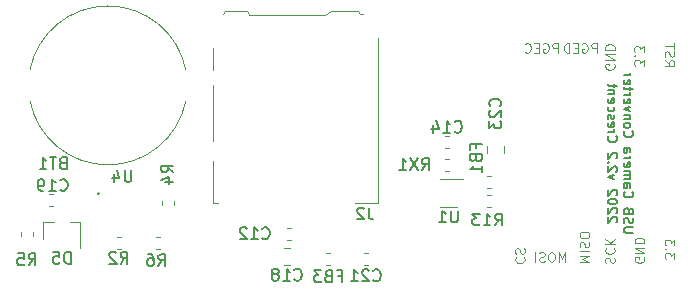
<source format=gbo>
G04 #@! TF.GenerationSoftware,KiCad,Pcbnew,(5.1.2)-1*
G04 #@! TF.CreationDate,2022-02-25T21:01:52+09:00*
G04 #@! TF.ProjectId,wcc,7763632e-6b69-4636-9164-5f7063625858,v2.2*
G04 #@! TF.SameCoordinates,Original*
G04 #@! TF.FileFunction,Legend,Bot*
G04 #@! TF.FilePolarity,Positive*
%FSLAX46Y46*%
G04 Gerber Fmt 4.6, Leading zero omitted, Abs format (unit mm)*
G04 Created by KiCad (PCBNEW (5.1.2)-1) date 2022-02-25 21:01:52*
%MOMM*%
%LPD*%
G04 APERTURE LIST*
%ADD10C,0.120000*%
%ADD11C,0.150000*%
%ADD12C,0.100000*%
%ADD13C,1.077000*%
%ADD14R,0.752000X0.502000*%
%ADD15C,0.977000*%
%ADD16R,0.602000X1.002000*%
%ADD17O,1.802000X1.802000*%
%ADD18R,1.802000X1.802000*%
%ADD19O,1.652000X1.652000*%
%ADD20O,1.352000X1.352000*%
%ADD21C,3.302000*%
%ADD22R,1.402000X2.002000*%
%ADD23R,1.102000X2.902000*%
%ADD24R,1.102000X0.902000*%
%ADD25R,1.102000X1.302000*%
%ADD26R,0.802000X1.302000*%
%ADD27R,0.902000X1.002000*%
%ADD28R,4.102000X4.102000*%
%ADD29C,2.502000*%
%ADD30C,3.102000*%
%ADD31C,1.626000*%
G04 APERTURE END LIST*
D10*
X183491428Y-134021904D02*
X183491428Y-133221904D01*
X183186666Y-133221904D01*
X183110476Y-133260000D01*
X183072380Y-133298095D01*
X183034285Y-133374285D01*
X183034285Y-133488571D01*
X183072380Y-133564761D01*
X183110476Y-133602857D01*
X183186666Y-133640952D01*
X183491428Y-133640952D01*
X182272380Y-133260000D02*
X182348571Y-133221904D01*
X182462857Y-133221904D01*
X182577142Y-133260000D01*
X182653333Y-133336190D01*
X182691428Y-133412380D01*
X182729523Y-133564761D01*
X182729523Y-133679047D01*
X182691428Y-133831428D01*
X182653333Y-133907619D01*
X182577142Y-133983809D01*
X182462857Y-134021904D01*
X182386666Y-134021904D01*
X182272380Y-133983809D01*
X182234285Y-133945714D01*
X182234285Y-133679047D01*
X182386666Y-133679047D01*
X181891428Y-133602857D02*
X181624761Y-133602857D01*
X181510476Y-134021904D02*
X181891428Y-134021904D01*
X181891428Y-133221904D01*
X181510476Y-133221904D01*
X180710476Y-133945714D02*
X180748571Y-133983809D01*
X180862857Y-134021904D01*
X180939047Y-134021904D01*
X181053333Y-133983809D01*
X181129523Y-133907619D01*
X181167619Y-133831428D01*
X181205714Y-133679047D01*
X181205714Y-133564761D01*
X181167619Y-133412380D01*
X181129523Y-133336190D01*
X181053333Y-133260000D01*
X180939047Y-133221904D01*
X180862857Y-133221904D01*
X180748571Y-133260000D01*
X180710476Y-133298095D01*
X186781428Y-134031904D02*
X186781428Y-133231904D01*
X186476666Y-133231904D01*
X186400476Y-133270000D01*
X186362380Y-133308095D01*
X186324285Y-133384285D01*
X186324285Y-133498571D01*
X186362380Y-133574761D01*
X186400476Y-133612857D01*
X186476666Y-133650952D01*
X186781428Y-133650952D01*
X185562380Y-133270000D02*
X185638571Y-133231904D01*
X185752857Y-133231904D01*
X185867142Y-133270000D01*
X185943333Y-133346190D01*
X185981428Y-133422380D01*
X186019523Y-133574761D01*
X186019523Y-133689047D01*
X185981428Y-133841428D01*
X185943333Y-133917619D01*
X185867142Y-133993809D01*
X185752857Y-134031904D01*
X185676666Y-134031904D01*
X185562380Y-133993809D01*
X185524285Y-133955714D01*
X185524285Y-133689047D01*
X185676666Y-133689047D01*
X185181428Y-133612857D02*
X184914761Y-133612857D01*
X184800476Y-134031904D02*
X185181428Y-134031904D01*
X185181428Y-133231904D01*
X184800476Y-133231904D01*
X184457619Y-134031904D02*
X184457619Y-133231904D01*
X184267142Y-133231904D01*
X184152857Y-133270000D01*
X184076666Y-133346190D01*
X184038571Y-133422380D01*
X184000476Y-133574761D01*
X184000476Y-133689047D01*
X184038571Y-133841428D01*
X184076666Y-133917619D01*
X184152857Y-133993809D01*
X184267142Y-134031904D01*
X184457619Y-134031904D01*
X188260000Y-134999523D02*
X188298095Y-135075714D01*
X188298095Y-135190000D01*
X188260000Y-135304285D01*
X188183809Y-135380476D01*
X188107619Y-135418571D01*
X187955238Y-135456666D01*
X187840952Y-135456666D01*
X187688571Y-135418571D01*
X187612380Y-135380476D01*
X187536190Y-135304285D01*
X187498095Y-135190000D01*
X187498095Y-135113809D01*
X187536190Y-134999523D01*
X187574285Y-134961428D01*
X187840952Y-134961428D01*
X187840952Y-135113809D01*
X187498095Y-134618571D02*
X188298095Y-134618571D01*
X187498095Y-134161428D01*
X188298095Y-134161428D01*
X187498095Y-133780476D02*
X188298095Y-133780476D01*
X188298095Y-133590000D01*
X188260000Y-133475714D01*
X188183809Y-133399523D01*
X188107619Y-133361428D01*
X187955238Y-133323333D01*
X187840952Y-133323333D01*
X187688571Y-133361428D01*
X187612380Y-133399523D01*
X187536190Y-133475714D01*
X187498095Y-133590000D01*
X187498095Y-133780476D01*
X192548095Y-134688095D02*
X192929047Y-134954761D01*
X192548095Y-135145238D02*
X193348095Y-135145238D01*
X193348095Y-134840476D01*
X193310000Y-134764285D01*
X193271904Y-134726190D01*
X193195714Y-134688095D01*
X193081428Y-134688095D01*
X193005238Y-134726190D01*
X192967142Y-134764285D01*
X192929047Y-134840476D01*
X192929047Y-135145238D01*
X192586190Y-134383333D02*
X192548095Y-134269047D01*
X192548095Y-134078571D01*
X192586190Y-134002380D01*
X192624285Y-133964285D01*
X192700476Y-133926190D01*
X192776666Y-133926190D01*
X192852857Y-133964285D01*
X192890952Y-134002380D01*
X192929047Y-134078571D01*
X192967142Y-134230952D01*
X193005238Y-134307142D01*
X193043333Y-134345238D01*
X193119523Y-134383333D01*
X193195714Y-134383333D01*
X193271904Y-134345238D01*
X193310000Y-134307142D01*
X193348095Y-134230952D01*
X193348095Y-134040476D01*
X193310000Y-133926190D01*
X193348095Y-133697619D02*
X193348095Y-133240476D01*
X192548095Y-133469047D02*
X193348095Y-133469047D01*
X190778095Y-135128095D02*
X190778095Y-134632857D01*
X190473333Y-134899523D01*
X190473333Y-134785238D01*
X190435238Y-134709047D01*
X190397142Y-134670952D01*
X190320952Y-134632857D01*
X190130476Y-134632857D01*
X190054285Y-134670952D01*
X190016190Y-134709047D01*
X189978095Y-134785238D01*
X189978095Y-135013809D01*
X190016190Y-135090000D01*
X190054285Y-135128095D01*
X190054285Y-134290000D02*
X190016190Y-134251904D01*
X189978095Y-134290000D01*
X190016190Y-134328095D01*
X190054285Y-134290000D01*
X189978095Y-134290000D01*
X190778095Y-133985238D02*
X190778095Y-133490000D01*
X190473333Y-133756666D01*
X190473333Y-133642380D01*
X190435238Y-133566190D01*
X190397142Y-133528095D01*
X190320952Y-133490000D01*
X190130476Y-133490000D01*
X190054285Y-133528095D01*
X190016190Y-133566190D01*
X189978095Y-133642380D01*
X189978095Y-133870952D01*
X190016190Y-133947142D01*
X190054285Y-133985238D01*
X179964285Y-151343333D02*
X179926190Y-151381428D01*
X179888095Y-151495714D01*
X179888095Y-151571904D01*
X179926190Y-151686190D01*
X180002380Y-151762380D01*
X180078571Y-151800476D01*
X180230952Y-151838571D01*
X180345238Y-151838571D01*
X180497619Y-151800476D01*
X180573809Y-151762380D01*
X180650000Y-151686190D01*
X180688095Y-151571904D01*
X180688095Y-151495714D01*
X180650000Y-151381428D01*
X180611904Y-151343333D01*
X179926190Y-151038571D02*
X179888095Y-150924285D01*
X179888095Y-150733809D01*
X179926190Y-150657619D01*
X179964285Y-150619523D01*
X180040476Y-150581428D01*
X180116666Y-150581428D01*
X180192857Y-150619523D01*
X180230952Y-150657619D01*
X180269047Y-150733809D01*
X180307142Y-150886190D01*
X180345238Y-150962380D01*
X180383333Y-151000476D01*
X180459523Y-151038571D01*
X180535714Y-151038571D01*
X180611904Y-151000476D01*
X180650000Y-150962380D01*
X180688095Y-150886190D01*
X180688095Y-150695714D01*
X180650000Y-150581428D01*
X184107142Y-151731904D02*
X184107142Y-150931904D01*
X183840476Y-151503333D01*
X183573809Y-150931904D01*
X183573809Y-151731904D01*
X183040476Y-150931904D02*
X182888095Y-150931904D01*
X182811904Y-150970000D01*
X182735714Y-151046190D01*
X182697619Y-151198571D01*
X182697619Y-151465238D01*
X182735714Y-151617619D01*
X182811904Y-151693809D01*
X182888095Y-151731904D01*
X183040476Y-151731904D01*
X183116666Y-151693809D01*
X183192857Y-151617619D01*
X183230952Y-151465238D01*
X183230952Y-151198571D01*
X183192857Y-151046190D01*
X183116666Y-150970000D01*
X183040476Y-150931904D01*
X182392857Y-151693809D02*
X182278571Y-151731904D01*
X182088095Y-151731904D01*
X182011904Y-151693809D01*
X181973809Y-151655714D01*
X181935714Y-151579523D01*
X181935714Y-151503333D01*
X181973809Y-151427142D01*
X182011904Y-151389047D01*
X182088095Y-151350952D01*
X182240476Y-151312857D01*
X182316666Y-151274761D01*
X182354761Y-151236666D01*
X182392857Y-151160476D01*
X182392857Y-151084285D01*
X182354761Y-151008095D01*
X182316666Y-150970000D01*
X182240476Y-150931904D01*
X182050000Y-150931904D01*
X181935714Y-150970000D01*
X181592857Y-151731904D02*
X181592857Y-150931904D01*
X185338095Y-151747142D02*
X186138095Y-151747142D01*
X185566666Y-151480476D01*
X186138095Y-151213809D01*
X185338095Y-151213809D01*
X185338095Y-150832857D02*
X186138095Y-150832857D01*
X185376190Y-150490000D02*
X185338095Y-150375714D01*
X185338095Y-150185238D01*
X185376190Y-150109047D01*
X185414285Y-150070952D01*
X185490476Y-150032857D01*
X185566666Y-150032857D01*
X185642857Y-150070952D01*
X185680952Y-150109047D01*
X185719047Y-150185238D01*
X185757142Y-150337619D01*
X185795238Y-150413809D01*
X185833333Y-150451904D01*
X185909523Y-150490000D01*
X185985714Y-150490000D01*
X186061904Y-150451904D01*
X186100000Y-150413809D01*
X186138095Y-150337619D01*
X186138095Y-150147142D01*
X186100000Y-150032857D01*
X186138095Y-149537619D02*
X186138095Y-149385238D01*
X186100000Y-149309047D01*
X186023809Y-149232857D01*
X185871428Y-149194761D01*
X185604761Y-149194761D01*
X185452380Y-149232857D01*
X185376190Y-149309047D01*
X185338095Y-149385238D01*
X185338095Y-149537619D01*
X185376190Y-149613809D01*
X185452380Y-149690000D01*
X185604761Y-149728095D01*
X185871428Y-149728095D01*
X186023809Y-149690000D01*
X186100000Y-149613809D01*
X186138095Y-149537619D01*
X187536190Y-151828571D02*
X187498095Y-151714285D01*
X187498095Y-151523809D01*
X187536190Y-151447619D01*
X187574285Y-151409523D01*
X187650476Y-151371428D01*
X187726666Y-151371428D01*
X187802857Y-151409523D01*
X187840952Y-151447619D01*
X187879047Y-151523809D01*
X187917142Y-151676190D01*
X187955238Y-151752380D01*
X187993333Y-151790476D01*
X188069523Y-151828571D01*
X188145714Y-151828571D01*
X188221904Y-151790476D01*
X188260000Y-151752380D01*
X188298095Y-151676190D01*
X188298095Y-151485714D01*
X188260000Y-151371428D01*
X187574285Y-150571428D02*
X187536190Y-150609523D01*
X187498095Y-150723809D01*
X187498095Y-150800000D01*
X187536190Y-150914285D01*
X187612380Y-150990476D01*
X187688571Y-151028571D01*
X187840952Y-151066666D01*
X187955238Y-151066666D01*
X188107619Y-151028571D01*
X188183809Y-150990476D01*
X188260000Y-150914285D01*
X188298095Y-150800000D01*
X188298095Y-150723809D01*
X188260000Y-150609523D01*
X188221904Y-150571428D01*
X187498095Y-150228571D02*
X188298095Y-150228571D01*
X187498095Y-149771428D02*
X187955238Y-150114285D01*
X188298095Y-149771428D02*
X187840952Y-150228571D01*
X190780000Y-151369523D02*
X190818095Y-151445714D01*
X190818095Y-151560000D01*
X190780000Y-151674285D01*
X190703809Y-151750476D01*
X190627619Y-151788571D01*
X190475238Y-151826666D01*
X190360952Y-151826666D01*
X190208571Y-151788571D01*
X190132380Y-151750476D01*
X190056190Y-151674285D01*
X190018095Y-151560000D01*
X190018095Y-151483809D01*
X190056190Y-151369523D01*
X190094285Y-151331428D01*
X190360952Y-151331428D01*
X190360952Y-151483809D01*
X190018095Y-150988571D02*
X190818095Y-150988571D01*
X190018095Y-150531428D01*
X190818095Y-150531428D01*
X190018095Y-150150476D02*
X190818095Y-150150476D01*
X190818095Y-149960000D01*
X190780000Y-149845714D01*
X190703809Y-149769523D01*
X190627619Y-149731428D01*
X190475238Y-149693333D01*
X190360952Y-149693333D01*
X190208571Y-149731428D01*
X190132380Y-149769523D01*
X190056190Y-149845714D01*
X190018095Y-149960000D01*
X190018095Y-150150476D01*
X193368095Y-151488095D02*
X193368095Y-150992857D01*
X193063333Y-151259523D01*
X193063333Y-151145238D01*
X193025238Y-151069047D01*
X192987142Y-151030952D01*
X192910952Y-150992857D01*
X192720476Y-150992857D01*
X192644285Y-151030952D01*
X192606190Y-151069047D01*
X192568095Y-151145238D01*
X192568095Y-151373809D01*
X192606190Y-151450000D01*
X192644285Y-151488095D01*
X192644285Y-150650000D02*
X192606190Y-150611904D01*
X192568095Y-150650000D01*
X192606190Y-150688095D01*
X192644285Y-150650000D01*
X192568095Y-150650000D01*
X193368095Y-150345238D02*
X193368095Y-149850000D01*
X193063333Y-150116666D01*
X193063333Y-150002380D01*
X193025238Y-149926190D01*
X192987142Y-149888095D01*
X192910952Y-149850000D01*
X192720476Y-149850000D01*
X192644285Y-149888095D01*
X192606190Y-149926190D01*
X192568095Y-150002380D01*
X192568095Y-150230952D01*
X192606190Y-150307142D01*
X192644285Y-150345238D01*
D11*
X189873095Y-149254761D02*
X189225476Y-149254761D01*
X189149285Y-149216666D01*
X189111190Y-149178571D01*
X189073095Y-149102380D01*
X189073095Y-148950000D01*
X189111190Y-148873809D01*
X189149285Y-148835714D01*
X189225476Y-148797619D01*
X189873095Y-148797619D01*
X189111190Y-148454761D02*
X189073095Y-148340476D01*
X189073095Y-148150000D01*
X189111190Y-148073809D01*
X189149285Y-148035714D01*
X189225476Y-147997619D01*
X189301666Y-147997619D01*
X189377857Y-148035714D01*
X189415952Y-148073809D01*
X189454047Y-148150000D01*
X189492142Y-148302380D01*
X189530238Y-148378571D01*
X189568333Y-148416666D01*
X189644523Y-148454761D01*
X189720714Y-148454761D01*
X189796904Y-148416666D01*
X189835000Y-148378571D01*
X189873095Y-148302380D01*
X189873095Y-148111904D01*
X189835000Y-147997619D01*
X189492142Y-147388095D02*
X189454047Y-147273809D01*
X189415952Y-147235714D01*
X189339761Y-147197619D01*
X189225476Y-147197619D01*
X189149285Y-147235714D01*
X189111190Y-147273809D01*
X189073095Y-147350000D01*
X189073095Y-147654761D01*
X189873095Y-147654761D01*
X189873095Y-147388095D01*
X189835000Y-147311904D01*
X189796904Y-147273809D01*
X189720714Y-147235714D01*
X189644523Y-147235714D01*
X189568333Y-147273809D01*
X189530238Y-147311904D01*
X189492142Y-147388095D01*
X189492142Y-147654761D01*
X189149285Y-145788095D02*
X189111190Y-145826190D01*
X189073095Y-145940476D01*
X189073095Y-146016666D01*
X189111190Y-146130952D01*
X189187380Y-146207142D01*
X189263571Y-146245238D01*
X189415952Y-146283333D01*
X189530238Y-146283333D01*
X189682619Y-146245238D01*
X189758809Y-146207142D01*
X189835000Y-146130952D01*
X189873095Y-146016666D01*
X189873095Y-145940476D01*
X189835000Y-145826190D01*
X189796904Y-145788095D01*
X189073095Y-145102380D02*
X189492142Y-145102380D01*
X189568333Y-145140476D01*
X189606428Y-145216666D01*
X189606428Y-145369047D01*
X189568333Y-145445238D01*
X189111190Y-145102380D02*
X189073095Y-145178571D01*
X189073095Y-145369047D01*
X189111190Y-145445238D01*
X189187380Y-145483333D01*
X189263571Y-145483333D01*
X189339761Y-145445238D01*
X189377857Y-145369047D01*
X189377857Y-145178571D01*
X189415952Y-145102380D01*
X189073095Y-144721428D02*
X189606428Y-144721428D01*
X189530238Y-144721428D02*
X189568333Y-144683333D01*
X189606428Y-144607142D01*
X189606428Y-144492857D01*
X189568333Y-144416666D01*
X189492142Y-144378571D01*
X189073095Y-144378571D01*
X189492142Y-144378571D02*
X189568333Y-144340476D01*
X189606428Y-144264285D01*
X189606428Y-144150000D01*
X189568333Y-144073809D01*
X189492142Y-144035714D01*
X189073095Y-144035714D01*
X189111190Y-143350000D02*
X189073095Y-143426190D01*
X189073095Y-143578571D01*
X189111190Y-143654761D01*
X189187380Y-143692857D01*
X189492142Y-143692857D01*
X189568333Y-143654761D01*
X189606428Y-143578571D01*
X189606428Y-143426190D01*
X189568333Y-143350000D01*
X189492142Y-143311904D01*
X189415952Y-143311904D01*
X189339761Y-143692857D01*
X189073095Y-142969047D02*
X189606428Y-142969047D01*
X189454047Y-142969047D02*
X189530238Y-142930952D01*
X189568333Y-142892857D01*
X189606428Y-142816666D01*
X189606428Y-142740476D01*
X189073095Y-142130952D02*
X189492142Y-142130952D01*
X189568333Y-142169047D01*
X189606428Y-142245238D01*
X189606428Y-142397619D01*
X189568333Y-142473809D01*
X189111190Y-142130952D02*
X189073095Y-142207142D01*
X189073095Y-142397619D01*
X189111190Y-142473809D01*
X189187380Y-142511904D01*
X189263571Y-142511904D01*
X189339761Y-142473809D01*
X189377857Y-142397619D01*
X189377857Y-142207142D01*
X189415952Y-142130952D01*
X189149285Y-140683333D02*
X189111190Y-140721428D01*
X189073095Y-140835714D01*
X189073095Y-140911904D01*
X189111190Y-141026190D01*
X189187380Y-141102380D01*
X189263571Y-141140476D01*
X189415952Y-141178571D01*
X189530238Y-141178571D01*
X189682619Y-141140476D01*
X189758809Y-141102380D01*
X189835000Y-141026190D01*
X189873095Y-140911904D01*
X189873095Y-140835714D01*
X189835000Y-140721428D01*
X189796904Y-140683333D01*
X189073095Y-140226190D02*
X189111190Y-140302380D01*
X189149285Y-140340476D01*
X189225476Y-140378571D01*
X189454047Y-140378571D01*
X189530238Y-140340476D01*
X189568333Y-140302380D01*
X189606428Y-140226190D01*
X189606428Y-140111904D01*
X189568333Y-140035714D01*
X189530238Y-139997619D01*
X189454047Y-139959523D01*
X189225476Y-139959523D01*
X189149285Y-139997619D01*
X189111190Y-140035714D01*
X189073095Y-140111904D01*
X189073095Y-140226190D01*
X189606428Y-139616666D02*
X189073095Y-139616666D01*
X189530238Y-139616666D02*
X189568333Y-139578571D01*
X189606428Y-139502380D01*
X189606428Y-139388095D01*
X189568333Y-139311904D01*
X189492142Y-139273809D01*
X189073095Y-139273809D01*
X189606428Y-138969047D02*
X189073095Y-138778571D01*
X189606428Y-138588095D01*
X189111190Y-137978571D02*
X189073095Y-138054761D01*
X189073095Y-138207142D01*
X189111190Y-138283333D01*
X189187380Y-138321428D01*
X189492142Y-138321428D01*
X189568333Y-138283333D01*
X189606428Y-138207142D01*
X189606428Y-138054761D01*
X189568333Y-137978571D01*
X189492142Y-137940476D01*
X189415952Y-137940476D01*
X189339761Y-138321428D01*
X189073095Y-137597619D02*
X189606428Y-137597619D01*
X189454047Y-137597619D02*
X189530238Y-137559523D01*
X189568333Y-137521428D01*
X189606428Y-137445238D01*
X189606428Y-137369047D01*
X189606428Y-137216666D02*
X189606428Y-136911904D01*
X189873095Y-137102380D02*
X189187380Y-137102380D01*
X189111190Y-137064285D01*
X189073095Y-136988095D01*
X189073095Y-136911904D01*
X189111190Y-136340476D02*
X189073095Y-136416666D01*
X189073095Y-136569047D01*
X189111190Y-136645238D01*
X189187380Y-136683333D01*
X189492142Y-136683333D01*
X189568333Y-136645238D01*
X189606428Y-136569047D01*
X189606428Y-136416666D01*
X189568333Y-136340476D01*
X189492142Y-136302380D01*
X189415952Y-136302380D01*
X189339761Y-136683333D01*
X189073095Y-135959523D02*
X189606428Y-135959523D01*
X189454047Y-135959523D02*
X189530238Y-135921428D01*
X189568333Y-135883333D01*
X189606428Y-135807142D01*
X189606428Y-135730952D01*
X188446904Y-148378571D02*
X188485000Y-148340476D01*
X188523095Y-148264285D01*
X188523095Y-148073809D01*
X188485000Y-147997619D01*
X188446904Y-147959523D01*
X188370714Y-147921428D01*
X188294523Y-147921428D01*
X188180238Y-147959523D01*
X187723095Y-148416666D01*
X187723095Y-147921428D01*
X188446904Y-147616666D02*
X188485000Y-147578571D01*
X188523095Y-147502380D01*
X188523095Y-147311904D01*
X188485000Y-147235714D01*
X188446904Y-147197619D01*
X188370714Y-147159523D01*
X188294523Y-147159523D01*
X188180238Y-147197619D01*
X187723095Y-147654761D01*
X187723095Y-147159523D01*
X188523095Y-146664285D02*
X188523095Y-146588095D01*
X188485000Y-146511904D01*
X188446904Y-146473809D01*
X188370714Y-146435714D01*
X188218333Y-146397619D01*
X188027857Y-146397619D01*
X187875476Y-146435714D01*
X187799285Y-146473809D01*
X187761190Y-146511904D01*
X187723095Y-146588095D01*
X187723095Y-146664285D01*
X187761190Y-146740476D01*
X187799285Y-146778571D01*
X187875476Y-146816666D01*
X188027857Y-146854761D01*
X188218333Y-146854761D01*
X188370714Y-146816666D01*
X188446904Y-146778571D01*
X188485000Y-146740476D01*
X188523095Y-146664285D01*
X188446904Y-146092857D02*
X188485000Y-146054761D01*
X188523095Y-145978571D01*
X188523095Y-145788095D01*
X188485000Y-145711904D01*
X188446904Y-145673809D01*
X188370714Y-145635714D01*
X188294523Y-145635714D01*
X188180238Y-145673809D01*
X187723095Y-146130952D01*
X187723095Y-145635714D01*
X188256428Y-144759523D02*
X187723095Y-144569047D01*
X188256428Y-144378571D01*
X188446904Y-144111904D02*
X188485000Y-144073809D01*
X188523095Y-143997619D01*
X188523095Y-143807142D01*
X188485000Y-143730952D01*
X188446904Y-143692857D01*
X188370714Y-143654761D01*
X188294523Y-143654761D01*
X188180238Y-143692857D01*
X187723095Y-144150000D01*
X187723095Y-143654761D01*
X187799285Y-143311904D02*
X187761190Y-143273809D01*
X187723095Y-143311904D01*
X187761190Y-143350000D01*
X187799285Y-143311904D01*
X187723095Y-143311904D01*
X188446904Y-142969047D02*
X188485000Y-142930952D01*
X188523095Y-142854761D01*
X188523095Y-142664285D01*
X188485000Y-142588095D01*
X188446904Y-142550000D01*
X188370714Y-142511904D01*
X188294523Y-142511904D01*
X188180238Y-142550000D01*
X187723095Y-143007142D01*
X187723095Y-142511904D01*
X187799285Y-141102380D02*
X187761190Y-141140476D01*
X187723095Y-141254761D01*
X187723095Y-141330952D01*
X187761190Y-141445238D01*
X187837380Y-141521428D01*
X187913571Y-141559523D01*
X188065952Y-141597619D01*
X188180238Y-141597619D01*
X188332619Y-141559523D01*
X188408809Y-141521428D01*
X188485000Y-141445238D01*
X188523095Y-141330952D01*
X188523095Y-141254761D01*
X188485000Y-141140476D01*
X188446904Y-141102380D01*
X187723095Y-140759523D02*
X188256428Y-140759523D01*
X188104047Y-140759523D02*
X188180238Y-140721428D01*
X188218333Y-140683333D01*
X188256428Y-140607142D01*
X188256428Y-140530952D01*
X187761190Y-139959523D02*
X187723095Y-140035714D01*
X187723095Y-140188095D01*
X187761190Y-140264285D01*
X187837380Y-140302380D01*
X188142142Y-140302380D01*
X188218333Y-140264285D01*
X188256428Y-140188095D01*
X188256428Y-140035714D01*
X188218333Y-139959523D01*
X188142142Y-139921428D01*
X188065952Y-139921428D01*
X187989761Y-140302380D01*
X187761190Y-139616666D02*
X187723095Y-139540476D01*
X187723095Y-139388095D01*
X187761190Y-139311904D01*
X187837380Y-139273809D01*
X187875476Y-139273809D01*
X187951666Y-139311904D01*
X187989761Y-139388095D01*
X187989761Y-139502380D01*
X188027857Y-139578571D01*
X188104047Y-139616666D01*
X188142142Y-139616666D01*
X188218333Y-139578571D01*
X188256428Y-139502380D01*
X188256428Y-139388095D01*
X188218333Y-139311904D01*
X187761190Y-138588095D02*
X187723095Y-138664285D01*
X187723095Y-138816666D01*
X187761190Y-138892857D01*
X187799285Y-138930952D01*
X187875476Y-138969047D01*
X188104047Y-138969047D01*
X188180238Y-138930952D01*
X188218333Y-138892857D01*
X188256428Y-138816666D01*
X188256428Y-138664285D01*
X188218333Y-138588095D01*
X187761190Y-137940476D02*
X187723095Y-138016666D01*
X187723095Y-138169047D01*
X187761190Y-138245238D01*
X187837380Y-138283333D01*
X188142142Y-138283333D01*
X188218333Y-138245238D01*
X188256428Y-138169047D01*
X188256428Y-138016666D01*
X188218333Y-137940476D01*
X188142142Y-137902380D01*
X188065952Y-137902380D01*
X187989761Y-138283333D01*
X188256428Y-137559523D02*
X187723095Y-137559523D01*
X188180238Y-137559523D02*
X188218333Y-137521428D01*
X188256428Y-137445238D01*
X188256428Y-137330952D01*
X188218333Y-137254761D01*
X188142142Y-137216666D01*
X187723095Y-137216666D01*
X188256428Y-136950000D02*
X188256428Y-136645238D01*
X188523095Y-136835714D02*
X187837380Y-136835714D01*
X187761190Y-136797619D01*
X187723095Y-136721428D01*
X187723095Y-136645238D01*
D10*
X177490000Y-142488578D02*
X177490000Y-141971422D01*
X178910000Y-142488578D02*
X178910000Y-141971422D01*
X174950000Y-147080000D02*
X173550000Y-147080000D01*
X173550000Y-144760000D02*
X175450000Y-144760000D01*
X173965221Y-142990000D02*
X174290779Y-142990000D01*
X173965221Y-144010000D02*
X174290779Y-144010000D01*
X177475221Y-144440000D02*
X177800779Y-144440000D01*
X177475221Y-145460000D02*
X177800779Y-145460000D01*
X144700000Y-145980000D02*
G75*
G03X144700000Y-145980000I-100000J0D01*
G01*
X177800779Y-146110000D02*
X177475221Y-146110000D01*
X177800779Y-147130000D02*
X177475221Y-147130000D01*
X167067221Y-150990000D02*
X167392779Y-150990000D01*
X167067221Y-152010000D02*
X167392779Y-152010000D01*
X166335000Y-146785000D02*
X168255000Y-146785000D01*
X168255000Y-146785000D02*
X168255000Y-132775000D01*
X154735000Y-146785000D02*
X154285000Y-146785000D01*
X154285000Y-146785000D02*
X154285000Y-143175000D01*
X166575000Y-130515000D02*
X164265000Y-130515000D01*
X155315000Y-130515000D02*
X157175000Y-130515000D01*
X155315000Y-130515000D02*
X155115000Y-130715000D01*
X154285000Y-141475000D02*
X154285000Y-136775000D01*
X154285000Y-135475000D02*
X154285000Y-133675000D01*
X157385000Y-130865000D02*
X163755000Y-130865000D01*
X157385000Y-130865000D02*
X157385000Y-130715000D01*
X157175000Y-130515000D02*
X157385000Y-130715000D01*
X166575000Y-130515000D02*
X166775000Y-130715000D01*
X166775000Y-130715000D02*
X167035000Y-130715000D01*
X164265000Y-130515000D02*
X163755000Y-130865000D01*
X149784779Y-150630000D02*
X149459221Y-150630000D01*
X149784779Y-149610000D02*
X149459221Y-149610000D01*
X138010000Y-149534779D02*
X138010000Y-149209221D01*
X139030000Y-149534779D02*
X139030000Y-149209221D01*
X151010000Y-146617221D02*
X151010000Y-146942779D01*
X149990000Y-146617221D02*
X149990000Y-146942779D01*
X146510779Y-150670000D02*
X146185221Y-150670000D01*
X146510779Y-149650000D02*
X146185221Y-149650000D01*
X163867221Y-150960000D02*
X164192779Y-150960000D01*
X163867221Y-151980000D02*
X164192779Y-151980000D01*
X139920000Y-148370000D02*
X139920000Y-149830000D01*
X143080000Y-148370000D02*
X143080000Y-150530000D01*
X143080000Y-148370000D02*
X142150000Y-148370000D01*
X139920000Y-148370000D02*
X140850000Y-148370000D01*
X140754779Y-147030000D02*
X140429221Y-147030000D01*
X140754779Y-146010000D02*
X140429221Y-146010000D01*
X160788578Y-151980000D02*
X160271422Y-151980000D01*
X160788578Y-150560000D02*
X160271422Y-150560000D01*
X160892779Y-149880000D02*
X160567221Y-149880000D01*
X160892779Y-148860000D02*
X160567221Y-148860000D01*
X151996181Y-135480763D02*
G75*
G03X138800001Y-135500001I-6596181J-1319237D01*
G01*
X138800001Y-138100001D02*
G75*
G03X151999999Y-138099999I6599999J1300001D01*
G01*
X173969221Y-141100000D02*
X174294779Y-141100000D01*
X173969221Y-142120000D02*
X174294779Y-142120000D01*
D11*
X178597142Y-138534642D02*
X178644761Y-138487023D01*
X178692380Y-138344166D01*
X178692380Y-138248928D01*
X178644761Y-138106071D01*
X178549523Y-138010833D01*
X178454285Y-137963214D01*
X178263809Y-137915595D01*
X178120952Y-137915595D01*
X177930476Y-137963214D01*
X177835238Y-138010833D01*
X177740000Y-138106071D01*
X177692380Y-138248928D01*
X177692380Y-138344166D01*
X177740000Y-138487023D01*
X177787619Y-138534642D01*
X177787619Y-138915595D02*
X177740000Y-138963214D01*
X177692380Y-139058452D01*
X177692380Y-139296547D01*
X177740000Y-139391785D01*
X177787619Y-139439404D01*
X177882857Y-139487023D01*
X177978095Y-139487023D01*
X178120952Y-139439404D01*
X178692380Y-138867976D01*
X178692380Y-139487023D01*
X177692380Y-139820357D02*
X177692380Y-140439404D01*
X178073333Y-140106071D01*
X178073333Y-140248928D01*
X178120952Y-140344166D01*
X178168571Y-140391785D01*
X178263809Y-140439404D01*
X178501904Y-140439404D01*
X178597142Y-140391785D01*
X178644761Y-140344166D01*
X178692380Y-140248928D01*
X178692380Y-139963214D01*
X178644761Y-139867976D01*
X178597142Y-139820357D01*
X175011904Y-147404380D02*
X175011904Y-148213904D01*
X174964285Y-148309142D01*
X174916666Y-148356761D01*
X174821428Y-148404380D01*
X174630952Y-148404380D01*
X174535714Y-148356761D01*
X174488095Y-148309142D01*
X174440476Y-148213904D01*
X174440476Y-147404380D01*
X173440476Y-148404380D02*
X174011904Y-148404380D01*
X173726190Y-148404380D02*
X173726190Y-147404380D01*
X173821428Y-147547238D01*
X173916666Y-147642476D01*
X174011904Y-147690095D01*
X171972857Y-143972380D02*
X172306190Y-143496190D01*
X172544285Y-143972380D02*
X172544285Y-142972380D01*
X172163333Y-142972380D01*
X172068095Y-143020000D01*
X172020476Y-143067619D01*
X171972857Y-143162857D01*
X171972857Y-143305714D01*
X172020476Y-143400952D01*
X172068095Y-143448571D01*
X172163333Y-143496190D01*
X172544285Y-143496190D01*
X171639523Y-142972380D02*
X170972857Y-143972380D01*
X170972857Y-142972380D02*
X171639523Y-143972380D01*
X170068095Y-143972380D02*
X170639523Y-143972380D01*
X170353809Y-143972380D02*
X170353809Y-142972380D01*
X170449047Y-143115238D01*
X170544285Y-143210476D01*
X170639523Y-143258095D01*
X176528571Y-142126666D02*
X176528571Y-141793333D01*
X177052380Y-141793333D02*
X176052380Y-141793333D01*
X176052380Y-142269523D01*
X176528571Y-142983809D02*
X176576190Y-143126666D01*
X176623809Y-143174285D01*
X176719047Y-143221904D01*
X176861904Y-143221904D01*
X176957142Y-143174285D01*
X177004761Y-143126666D01*
X177052380Y-143031428D01*
X177052380Y-142650476D01*
X176052380Y-142650476D01*
X176052380Y-142983809D01*
X176100000Y-143079047D01*
X176147619Y-143126666D01*
X176242857Y-143174285D01*
X176338095Y-143174285D01*
X176433333Y-143126666D01*
X176480952Y-143079047D01*
X176528571Y-142983809D01*
X176528571Y-142650476D01*
X177052380Y-144174285D02*
X177052380Y-143602857D01*
X177052380Y-143888571D02*
X176052380Y-143888571D01*
X176195238Y-143793333D01*
X176290476Y-143698095D01*
X176338095Y-143602857D01*
X147381904Y-143982380D02*
X147381904Y-144791904D01*
X147334285Y-144887142D01*
X147286666Y-144934761D01*
X147191428Y-144982380D01*
X147000952Y-144982380D01*
X146905714Y-144934761D01*
X146858095Y-144887142D01*
X146810476Y-144791904D01*
X146810476Y-143982380D01*
X145905714Y-144315714D02*
X145905714Y-144982380D01*
X146143809Y-143934761D02*
X146381904Y-144649047D01*
X145762857Y-144649047D01*
X178170857Y-148654380D02*
X178504190Y-148178190D01*
X178742285Y-148654380D02*
X178742285Y-147654380D01*
X178361333Y-147654380D01*
X178266095Y-147702000D01*
X178218476Y-147749619D01*
X178170857Y-147844857D01*
X178170857Y-147987714D01*
X178218476Y-148082952D01*
X178266095Y-148130571D01*
X178361333Y-148178190D01*
X178742285Y-148178190D01*
X177218476Y-148654380D02*
X177789904Y-148654380D01*
X177504190Y-148654380D02*
X177504190Y-147654380D01*
X177599428Y-147797238D01*
X177694666Y-147892476D01*
X177789904Y-147940095D01*
X176885142Y-147654380D02*
X176266095Y-147654380D01*
X176599428Y-148035333D01*
X176456571Y-148035333D01*
X176361333Y-148082952D01*
X176313714Y-148130571D01*
X176266095Y-148225809D01*
X176266095Y-148463904D01*
X176313714Y-148559142D01*
X176361333Y-148606761D01*
X176456571Y-148654380D01*
X176742285Y-148654380D01*
X176837523Y-148606761D01*
X176885142Y-148559142D01*
X167872857Y-153287142D02*
X167920476Y-153334761D01*
X168063333Y-153382380D01*
X168158571Y-153382380D01*
X168301428Y-153334761D01*
X168396666Y-153239523D01*
X168444285Y-153144285D01*
X168491904Y-152953809D01*
X168491904Y-152810952D01*
X168444285Y-152620476D01*
X168396666Y-152525238D01*
X168301428Y-152430000D01*
X168158571Y-152382380D01*
X168063333Y-152382380D01*
X167920476Y-152430000D01*
X167872857Y-152477619D01*
X167491904Y-152477619D02*
X167444285Y-152430000D01*
X167349047Y-152382380D01*
X167110952Y-152382380D01*
X167015714Y-152430000D01*
X166968095Y-152477619D01*
X166920476Y-152572857D01*
X166920476Y-152668095D01*
X166968095Y-152810952D01*
X167539523Y-153382380D01*
X166920476Y-153382380D01*
X165968095Y-153382380D02*
X166539523Y-153382380D01*
X166253809Y-153382380D02*
X166253809Y-152382380D01*
X166349047Y-152525238D01*
X166444285Y-152620476D01*
X166539523Y-152668095D01*
X167493333Y-147152380D02*
X167493333Y-147866666D01*
X167540952Y-148009523D01*
X167636190Y-148104761D01*
X167779047Y-148152380D01*
X167874285Y-148152380D01*
X167064761Y-147247619D02*
X167017142Y-147200000D01*
X166921904Y-147152380D01*
X166683809Y-147152380D01*
X166588571Y-147200000D01*
X166540952Y-147247619D01*
X166493333Y-147342857D01*
X166493333Y-147438095D01*
X166540952Y-147580952D01*
X167112380Y-148152380D01*
X166493333Y-148152380D01*
X149676166Y-152072380D02*
X150009500Y-151596190D01*
X150247595Y-152072380D02*
X150247595Y-151072380D01*
X149866642Y-151072380D01*
X149771404Y-151120000D01*
X149723785Y-151167619D01*
X149676166Y-151262857D01*
X149676166Y-151405714D01*
X149723785Y-151500952D01*
X149771404Y-151548571D01*
X149866642Y-151596190D01*
X150247595Y-151596190D01*
X148819023Y-151072380D02*
X149009500Y-151072380D01*
X149104738Y-151120000D01*
X149152357Y-151167619D01*
X149247595Y-151310476D01*
X149295214Y-151500952D01*
X149295214Y-151881904D01*
X149247595Y-151977142D01*
X149199976Y-152024761D01*
X149104738Y-152072380D01*
X148914261Y-152072380D01*
X148819023Y-152024761D01*
X148771404Y-151977142D01*
X148723785Y-151881904D01*
X148723785Y-151643809D01*
X148771404Y-151548571D01*
X148819023Y-151500952D01*
X148914261Y-151453333D01*
X149104738Y-151453333D01*
X149199976Y-151500952D01*
X149247595Y-151548571D01*
X149295214Y-151643809D01*
X138686666Y-152011880D02*
X139020000Y-151535690D01*
X139258095Y-152011880D02*
X139258095Y-151011880D01*
X138877142Y-151011880D01*
X138781904Y-151059500D01*
X138734285Y-151107119D01*
X138686666Y-151202357D01*
X138686666Y-151345214D01*
X138734285Y-151440452D01*
X138781904Y-151488071D01*
X138877142Y-151535690D01*
X139258095Y-151535690D01*
X137781904Y-151011880D02*
X138258095Y-151011880D01*
X138305714Y-151488071D01*
X138258095Y-151440452D01*
X138162857Y-151392833D01*
X137924761Y-151392833D01*
X137829523Y-151440452D01*
X137781904Y-151488071D01*
X137734285Y-151583309D01*
X137734285Y-151821404D01*
X137781904Y-151916642D01*
X137829523Y-151964261D01*
X137924761Y-152011880D01*
X138162857Y-152011880D01*
X138258095Y-151964261D01*
X138305714Y-151916642D01*
X150922380Y-144153333D02*
X150446190Y-143820000D01*
X150922380Y-143581904D02*
X149922380Y-143581904D01*
X149922380Y-143962857D01*
X149970000Y-144058095D01*
X150017619Y-144105714D01*
X150112857Y-144153333D01*
X150255714Y-144153333D01*
X150350952Y-144105714D01*
X150398571Y-144058095D01*
X150446190Y-143962857D01*
X150446190Y-143581904D01*
X150255714Y-145010476D02*
X150922380Y-145010476D01*
X149874761Y-144772380D02*
X150589047Y-144534285D01*
X150589047Y-145153333D01*
X146467166Y-151882380D02*
X146800500Y-151406190D01*
X147038595Y-151882380D02*
X147038595Y-150882380D01*
X146657642Y-150882380D01*
X146562404Y-150930000D01*
X146514785Y-150977619D01*
X146467166Y-151072857D01*
X146467166Y-151215714D01*
X146514785Y-151310952D01*
X146562404Y-151358571D01*
X146657642Y-151406190D01*
X147038595Y-151406190D01*
X146086214Y-150977619D02*
X146038595Y-150930000D01*
X145943357Y-150882380D01*
X145705261Y-150882380D01*
X145610023Y-150930000D01*
X145562404Y-150977619D01*
X145514785Y-151072857D01*
X145514785Y-151168095D01*
X145562404Y-151310952D01*
X146133833Y-151882380D01*
X145514785Y-151882380D01*
X164903333Y-152938571D02*
X165236666Y-152938571D01*
X165236666Y-153462380D02*
X165236666Y-152462380D01*
X164760476Y-152462380D01*
X164046190Y-152938571D02*
X163903333Y-152986190D01*
X163855714Y-153033809D01*
X163808095Y-153129047D01*
X163808095Y-153271904D01*
X163855714Y-153367142D01*
X163903333Y-153414761D01*
X163998571Y-153462380D01*
X164379523Y-153462380D01*
X164379523Y-152462380D01*
X164046190Y-152462380D01*
X163950952Y-152510000D01*
X163903333Y-152557619D01*
X163855714Y-152652857D01*
X163855714Y-152748095D01*
X163903333Y-152843333D01*
X163950952Y-152890952D01*
X164046190Y-152938571D01*
X164379523Y-152938571D01*
X163474761Y-152462380D02*
X162855714Y-152462380D01*
X163189047Y-152843333D01*
X163046190Y-152843333D01*
X162950952Y-152890952D01*
X162903333Y-152938571D01*
X162855714Y-153033809D01*
X162855714Y-153271904D01*
X162903333Y-153367142D01*
X162950952Y-153414761D01*
X163046190Y-153462380D01*
X163331904Y-153462380D01*
X163427142Y-153414761D01*
X163474761Y-153367142D01*
X142238095Y-151882380D02*
X142238095Y-150882380D01*
X142000000Y-150882380D01*
X141857142Y-150930000D01*
X141761904Y-151025238D01*
X141714285Y-151120476D01*
X141666666Y-151310952D01*
X141666666Y-151453809D01*
X141714285Y-151644285D01*
X141761904Y-151739523D01*
X141857142Y-151834761D01*
X142000000Y-151882380D01*
X142238095Y-151882380D01*
X140761904Y-150882380D02*
X141238095Y-150882380D01*
X141285714Y-151358571D01*
X141238095Y-151310952D01*
X141142857Y-151263333D01*
X140904761Y-151263333D01*
X140809523Y-151310952D01*
X140761904Y-151358571D01*
X140714285Y-151453809D01*
X140714285Y-151691904D01*
X140761904Y-151787142D01*
X140809523Y-151834761D01*
X140904761Y-151882380D01*
X141142857Y-151882380D01*
X141238095Y-151834761D01*
X141285714Y-151787142D01*
X141362857Y-145637142D02*
X141410476Y-145684761D01*
X141553333Y-145732380D01*
X141648571Y-145732380D01*
X141791428Y-145684761D01*
X141886666Y-145589523D01*
X141934285Y-145494285D01*
X141981904Y-145303809D01*
X141981904Y-145160952D01*
X141934285Y-144970476D01*
X141886666Y-144875238D01*
X141791428Y-144780000D01*
X141648571Y-144732380D01*
X141553333Y-144732380D01*
X141410476Y-144780000D01*
X141362857Y-144827619D01*
X140410476Y-145732380D02*
X140981904Y-145732380D01*
X140696190Y-145732380D02*
X140696190Y-144732380D01*
X140791428Y-144875238D01*
X140886666Y-144970476D01*
X140981904Y-145018095D01*
X139934285Y-145732380D02*
X139743809Y-145732380D01*
X139648571Y-145684761D01*
X139600952Y-145637142D01*
X139505714Y-145494285D01*
X139458095Y-145303809D01*
X139458095Y-144922857D01*
X139505714Y-144827619D01*
X139553333Y-144780000D01*
X139648571Y-144732380D01*
X139839047Y-144732380D01*
X139934285Y-144780000D01*
X139981904Y-144827619D01*
X140029523Y-144922857D01*
X140029523Y-145160952D01*
X139981904Y-145256190D01*
X139934285Y-145303809D01*
X139839047Y-145351428D01*
X139648571Y-145351428D01*
X139553333Y-145303809D01*
X139505714Y-145256190D01*
X139458095Y-145160952D01*
X161192857Y-153227142D02*
X161240476Y-153274761D01*
X161383333Y-153322380D01*
X161478571Y-153322380D01*
X161621428Y-153274761D01*
X161716666Y-153179523D01*
X161764285Y-153084285D01*
X161811904Y-152893809D01*
X161811904Y-152750952D01*
X161764285Y-152560476D01*
X161716666Y-152465238D01*
X161621428Y-152370000D01*
X161478571Y-152322380D01*
X161383333Y-152322380D01*
X161240476Y-152370000D01*
X161192857Y-152417619D01*
X160240476Y-153322380D02*
X160811904Y-153322380D01*
X160526190Y-153322380D02*
X160526190Y-152322380D01*
X160621428Y-152465238D01*
X160716666Y-152560476D01*
X160811904Y-152608095D01*
X159669047Y-152750952D02*
X159764285Y-152703333D01*
X159811904Y-152655714D01*
X159859523Y-152560476D01*
X159859523Y-152512857D01*
X159811904Y-152417619D01*
X159764285Y-152370000D01*
X159669047Y-152322380D01*
X159478571Y-152322380D01*
X159383333Y-152370000D01*
X159335714Y-152417619D01*
X159288095Y-152512857D01*
X159288095Y-152560476D01*
X159335714Y-152655714D01*
X159383333Y-152703333D01*
X159478571Y-152750952D01*
X159669047Y-152750952D01*
X159764285Y-152798571D01*
X159811904Y-152846190D01*
X159859523Y-152941428D01*
X159859523Y-153131904D01*
X159811904Y-153227142D01*
X159764285Y-153274761D01*
X159669047Y-153322380D01*
X159478571Y-153322380D01*
X159383333Y-153274761D01*
X159335714Y-153227142D01*
X159288095Y-153131904D01*
X159288095Y-152941428D01*
X159335714Y-152846190D01*
X159383333Y-152798571D01*
X159478571Y-152750952D01*
X158472857Y-149727142D02*
X158520476Y-149774761D01*
X158663333Y-149822380D01*
X158758571Y-149822380D01*
X158901428Y-149774761D01*
X158996666Y-149679523D01*
X159044285Y-149584285D01*
X159091904Y-149393809D01*
X159091904Y-149250952D01*
X159044285Y-149060476D01*
X158996666Y-148965238D01*
X158901428Y-148870000D01*
X158758571Y-148822380D01*
X158663333Y-148822380D01*
X158520476Y-148870000D01*
X158472857Y-148917619D01*
X157520476Y-149822380D02*
X158091904Y-149822380D01*
X157806190Y-149822380D02*
X157806190Y-148822380D01*
X157901428Y-148965238D01*
X157996666Y-149060476D01*
X158091904Y-149108095D01*
X157139523Y-148917619D02*
X157091904Y-148870000D01*
X156996666Y-148822380D01*
X156758571Y-148822380D01*
X156663333Y-148870000D01*
X156615714Y-148917619D01*
X156568095Y-149012857D01*
X156568095Y-149108095D01*
X156615714Y-149250952D01*
X157187142Y-149822380D01*
X156568095Y-149822380D01*
X141565714Y-143358571D02*
X141422857Y-143406190D01*
X141375238Y-143453809D01*
X141327619Y-143549047D01*
X141327619Y-143691904D01*
X141375238Y-143787142D01*
X141422857Y-143834761D01*
X141518095Y-143882380D01*
X141899047Y-143882380D01*
X141899047Y-142882380D01*
X141565714Y-142882380D01*
X141470476Y-142930000D01*
X141422857Y-142977619D01*
X141375238Y-143072857D01*
X141375238Y-143168095D01*
X141422857Y-143263333D01*
X141470476Y-143310952D01*
X141565714Y-143358571D01*
X141899047Y-143358571D01*
X141041904Y-142882380D02*
X140470476Y-142882380D01*
X140756190Y-143882380D02*
X140756190Y-142882380D01*
X139613333Y-143882380D02*
X140184761Y-143882380D01*
X139899047Y-143882380D02*
X139899047Y-142882380D01*
X139994285Y-143025238D01*
X140089523Y-143120476D01*
X140184761Y-143168095D01*
X174749357Y-140697142D02*
X174796976Y-140744761D01*
X174939833Y-140792380D01*
X175035071Y-140792380D01*
X175177928Y-140744761D01*
X175273166Y-140649523D01*
X175320785Y-140554285D01*
X175368404Y-140363809D01*
X175368404Y-140220952D01*
X175320785Y-140030476D01*
X175273166Y-139935238D01*
X175177928Y-139840000D01*
X175035071Y-139792380D01*
X174939833Y-139792380D01*
X174796976Y-139840000D01*
X174749357Y-139887619D01*
X173796976Y-140792380D02*
X174368404Y-140792380D01*
X174082690Y-140792380D02*
X174082690Y-139792380D01*
X174177928Y-139935238D01*
X174273166Y-140030476D01*
X174368404Y-140078095D01*
X172939833Y-140125714D02*
X172939833Y-140792380D01*
X173177928Y-139744761D02*
X173416023Y-140459047D01*
X172796976Y-140459047D01*
%LPC*%
D12*
G36*
X178708141Y-140755297D02*
G01*
X178734278Y-140759174D01*
X178759909Y-140765594D01*
X178784788Y-140774495D01*
X178808674Y-140785793D01*
X178831337Y-140799377D01*
X178852560Y-140815117D01*
X178872139Y-140832861D01*
X178889883Y-140852440D01*
X178905623Y-140873663D01*
X178919207Y-140896326D01*
X178930505Y-140920212D01*
X178939406Y-140945091D01*
X178945826Y-140970722D01*
X178949703Y-140996859D01*
X178951000Y-141023250D01*
X178951000Y-141561750D01*
X178949703Y-141588141D01*
X178945826Y-141614278D01*
X178939406Y-141639909D01*
X178930505Y-141664788D01*
X178919207Y-141688674D01*
X178905623Y-141711337D01*
X178889883Y-141732560D01*
X178872139Y-141752139D01*
X178852560Y-141769883D01*
X178831337Y-141785623D01*
X178808674Y-141799207D01*
X178784788Y-141810505D01*
X178759909Y-141819406D01*
X178734278Y-141825826D01*
X178708141Y-141829703D01*
X178681750Y-141831000D01*
X177718250Y-141831000D01*
X177691859Y-141829703D01*
X177665722Y-141825826D01*
X177640091Y-141819406D01*
X177615212Y-141810505D01*
X177591326Y-141799207D01*
X177568663Y-141785623D01*
X177547440Y-141769883D01*
X177527861Y-141752139D01*
X177510117Y-141732560D01*
X177494377Y-141711337D01*
X177480793Y-141688674D01*
X177469495Y-141664788D01*
X177460594Y-141639909D01*
X177454174Y-141614278D01*
X177450297Y-141588141D01*
X177449000Y-141561750D01*
X177449000Y-141023250D01*
X177450297Y-140996859D01*
X177454174Y-140970722D01*
X177460594Y-140945091D01*
X177469495Y-140920212D01*
X177480793Y-140896326D01*
X177494377Y-140873663D01*
X177510117Y-140852440D01*
X177527861Y-140832861D01*
X177547440Y-140815117D01*
X177568663Y-140799377D01*
X177591326Y-140785793D01*
X177615212Y-140774495D01*
X177640091Y-140765594D01*
X177665722Y-140759174D01*
X177691859Y-140755297D01*
X177718250Y-140754000D01*
X178681750Y-140754000D01*
X178708141Y-140755297D01*
X178708141Y-140755297D01*
G37*
D13*
X178200000Y-141292500D03*
D12*
G36*
X178708141Y-142630297D02*
G01*
X178734278Y-142634174D01*
X178759909Y-142640594D01*
X178784788Y-142649495D01*
X178808674Y-142660793D01*
X178831337Y-142674377D01*
X178852560Y-142690117D01*
X178872139Y-142707861D01*
X178889883Y-142727440D01*
X178905623Y-142748663D01*
X178919207Y-142771326D01*
X178930505Y-142795212D01*
X178939406Y-142820091D01*
X178945826Y-142845722D01*
X178949703Y-142871859D01*
X178951000Y-142898250D01*
X178951000Y-143436750D01*
X178949703Y-143463141D01*
X178945826Y-143489278D01*
X178939406Y-143514909D01*
X178930505Y-143539788D01*
X178919207Y-143563674D01*
X178905623Y-143586337D01*
X178889883Y-143607560D01*
X178872139Y-143627139D01*
X178852560Y-143644883D01*
X178831337Y-143660623D01*
X178808674Y-143674207D01*
X178784788Y-143685505D01*
X178759909Y-143694406D01*
X178734278Y-143700826D01*
X178708141Y-143704703D01*
X178681750Y-143706000D01*
X177718250Y-143706000D01*
X177691859Y-143704703D01*
X177665722Y-143700826D01*
X177640091Y-143694406D01*
X177615212Y-143685505D01*
X177591326Y-143674207D01*
X177568663Y-143660623D01*
X177547440Y-143644883D01*
X177527861Y-143627139D01*
X177510117Y-143607560D01*
X177494377Y-143586337D01*
X177480793Y-143563674D01*
X177469495Y-143539788D01*
X177460594Y-143514909D01*
X177454174Y-143489278D01*
X177450297Y-143463141D01*
X177449000Y-143436750D01*
X177449000Y-142898250D01*
X177450297Y-142871859D01*
X177454174Y-142845722D01*
X177460594Y-142820091D01*
X177469495Y-142795212D01*
X177480793Y-142771326D01*
X177494377Y-142748663D01*
X177510117Y-142727440D01*
X177527861Y-142707861D01*
X177547440Y-142690117D01*
X177568663Y-142674377D01*
X177591326Y-142660793D01*
X177615212Y-142649495D01*
X177640091Y-142640594D01*
X177665722Y-142634174D01*
X177691859Y-142630297D01*
X177718250Y-142629000D01*
X178681750Y-142629000D01*
X178708141Y-142630297D01*
X178708141Y-142630297D01*
G37*
D13*
X178200000Y-143167500D03*
D14*
X173300000Y-145270000D03*
X173300000Y-146570000D03*
X175200000Y-145920000D03*
X173300000Y-145920000D03*
X175200000Y-146570000D03*
X175200000Y-145270000D03*
D12*
G36*
X175183691Y-142975176D02*
G01*
X175207401Y-142978693D01*
X175230652Y-142984517D01*
X175253220Y-142992592D01*
X175274889Y-143002841D01*
X175295448Y-143015164D01*
X175314701Y-143029442D01*
X175332461Y-143045539D01*
X175348558Y-143063299D01*
X175362836Y-143082552D01*
X175375159Y-143103111D01*
X175385408Y-143124780D01*
X175393483Y-143147348D01*
X175399307Y-143170599D01*
X175402824Y-143194309D01*
X175404000Y-143218250D01*
X175404000Y-143781750D01*
X175402824Y-143805691D01*
X175399307Y-143829401D01*
X175393483Y-143852652D01*
X175385408Y-143875220D01*
X175375159Y-143896889D01*
X175362836Y-143917448D01*
X175348558Y-143936701D01*
X175332461Y-143954461D01*
X175314701Y-143970558D01*
X175295448Y-143984836D01*
X175274889Y-143997159D01*
X175253220Y-144007408D01*
X175230652Y-144015483D01*
X175207401Y-144021307D01*
X175183691Y-144024824D01*
X175159750Y-144026000D01*
X174671250Y-144026000D01*
X174647309Y-144024824D01*
X174623599Y-144021307D01*
X174600348Y-144015483D01*
X174577780Y-144007408D01*
X174556111Y-143997159D01*
X174535552Y-143984836D01*
X174516299Y-143970558D01*
X174498539Y-143954461D01*
X174482442Y-143936701D01*
X174468164Y-143917448D01*
X174455841Y-143896889D01*
X174445592Y-143875220D01*
X174437517Y-143852652D01*
X174431693Y-143829401D01*
X174428176Y-143805691D01*
X174427000Y-143781750D01*
X174427000Y-143218250D01*
X174428176Y-143194309D01*
X174431693Y-143170599D01*
X174437517Y-143147348D01*
X174445592Y-143124780D01*
X174455841Y-143103111D01*
X174468164Y-143082552D01*
X174482442Y-143063299D01*
X174498539Y-143045539D01*
X174516299Y-143029442D01*
X174535552Y-143015164D01*
X174556111Y-143002841D01*
X174577780Y-142992592D01*
X174600348Y-142984517D01*
X174623599Y-142978693D01*
X174647309Y-142975176D01*
X174671250Y-142974000D01*
X175159750Y-142974000D01*
X175183691Y-142975176D01*
X175183691Y-142975176D01*
G37*
D15*
X174915500Y-143500000D03*
D12*
G36*
X173608691Y-142975176D02*
G01*
X173632401Y-142978693D01*
X173655652Y-142984517D01*
X173678220Y-142992592D01*
X173699889Y-143002841D01*
X173720448Y-143015164D01*
X173739701Y-143029442D01*
X173757461Y-143045539D01*
X173773558Y-143063299D01*
X173787836Y-143082552D01*
X173800159Y-143103111D01*
X173810408Y-143124780D01*
X173818483Y-143147348D01*
X173824307Y-143170599D01*
X173827824Y-143194309D01*
X173829000Y-143218250D01*
X173829000Y-143781750D01*
X173827824Y-143805691D01*
X173824307Y-143829401D01*
X173818483Y-143852652D01*
X173810408Y-143875220D01*
X173800159Y-143896889D01*
X173787836Y-143917448D01*
X173773558Y-143936701D01*
X173757461Y-143954461D01*
X173739701Y-143970558D01*
X173720448Y-143984836D01*
X173699889Y-143997159D01*
X173678220Y-144007408D01*
X173655652Y-144015483D01*
X173632401Y-144021307D01*
X173608691Y-144024824D01*
X173584750Y-144026000D01*
X173096250Y-144026000D01*
X173072309Y-144024824D01*
X173048599Y-144021307D01*
X173025348Y-144015483D01*
X173002780Y-144007408D01*
X172981111Y-143997159D01*
X172960552Y-143984836D01*
X172941299Y-143970558D01*
X172923539Y-143954461D01*
X172907442Y-143936701D01*
X172893164Y-143917448D01*
X172880841Y-143896889D01*
X172870592Y-143875220D01*
X172862517Y-143852652D01*
X172856693Y-143829401D01*
X172853176Y-143805691D01*
X172852000Y-143781750D01*
X172852000Y-143218250D01*
X172853176Y-143194309D01*
X172856693Y-143170599D01*
X172862517Y-143147348D01*
X172870592Y-143124780D01*
X172880841Y-143103111D01*
X172893164Y-143082552D01*
X172907442Y-143063299D01*
X172923539Y-143045539D01*
X172941299Y-143029442D01*
X172960552Y-143015164D01*
X172981111Y-143002841D01*
X173002780Y-142992592D01*
X173025348Y-142984517D01*
X173048599Y-142978693D01*
X173072309Y-142975176D01*
X173096250Y-142974000D01*
X173584750Y-142974000D01*
X173608691Y-142975176D01*
X173608691Y-142975176D01*
G37*
D15*
X173340500Y-143500000D03*
D12*
G36*
X178693691Y-144425176D02*
G01*
X178717401Y-144428693D01*
X178740652Y-144434517D01*
X178763220Y-144442592D01*
X178784889Y-144452841D01*
X178805448Y-144465164D01*
X178824701Y-144479442D01*
X178842461Y-144495539D01*
X178858558Y-144513299D01*
X178872836Y-144532552D01*
X178885159Y-144553111D01*
X178895408Y-144574780D01*
X178903483Y-144597348D01*
X178909307Y-144620599D01*
X178912824Y-144644309D01*
X178914000Y-144668250D01*
X178914000Y-145231750D01*
X178912824Y-145255691D01*
X178909307Y-145279401D01*
X178903483Y-145302652D01*
X178895408Y-145325220D01*
X178885159Y-145346889D01*
X178872836Y-145367448D01*
X178858558Y-145386701D01*
X178842461Y-145404461D01*
X178824701Y-145420558D01*
X178805448Y-145434836D01*
X178784889Y-145447159D01*
X178763220Y-145457408D01*
X178740652Y-145465483D01*
X178717401Y-145471307D01*
X178693691Y-145474824D01*
X178669750Y-145476000D01*
X178181250Y-145476000D01*
X178157309Y-145474824D01*
X178133599Y-145471307D01*
X178110348Y-145465483D01*
X178087780Y-145457408D01*
X178066111Y-145447159D01*
X178045552Y-145434836D01*
X178026299Y-145420558D01*
X178008539Y-145404461D01*
X177992442Y-145386701D01*
X177978164Y-145367448D01*
X177965841Y-145346889D01*
X177955592Y-145325220D01*
X177947517Y-145302652D01*
X177941693Y-145279401D01*
X177938176Y-145255691D01*
X177937000Y-145231750D01*
X177937000Y-144668250D01*
X177938176Y-144644309D01*
X177941693Y-144620599D01*
X177947517Y-144597348D01*
X177955592Y-144574780D01*
X177965841Y-144553111D01*
X177978164Y-144532552D01*
X177992442Y-144513299D01*
X178008539Y-144495539D01*
X178026299Y-144479442D01*
X178045552Y-144465164D01*
X178066111Y-144452841D01*
X178087780Y-144442592D01*
X178110348Y-144434517D01*
X178133599Y-144428693D01*
X178157309Y-144425176D01*
X178181250Y-144424000D01*
X178669750Y-144424000D01*
X178693691Y-144425176D01*
X178693691Y-144425176D01*
G37*
D15*
X178425500Y-144950000D03*
D12*
G36*
X177118691Y-144425176D02*
G01*
X177142401Y-144428693D01*
X177165652Y-144434517D01*
X177188220Y-144442592D01*
X177209889Y-144452841D01*
X177230448Y-144465164D01*
X177249701Y-144479442D01*
X177267461Y-144495539D01*
X177283558Y-144513299D01*
X177297836Y-144532552D01*
X177310159Y-144553111D01*
X177320408Y-144574780D01*
X177328483Y-144597348D01*
X177334307Y-144620599D01*
X177337824Y-144644309D01*
X177339000Y-144668250D01*
X177339000Y-145231750D01*
X177337824Y-145255691D01*
X177334307Y-145279401D01*
X177328483Y-145302652D01*
X177320408Y-145325220D01*
X177310159Y-145346889D01*
X177297836Y-145367448D01*
X177283558Y-145386701D01*
X177267461Y-145404461D01*
X177249701Y-145420558D01*
X177230448Y-145434836D01*
X177209889Y-145447159D01*
X177188220Y-145457408D01*
X177165652Y-145465483D01*
X177142401Y-145471307D01*
X177118691Y-145474824D01*
X177094750Y-145476000D01*
X176606250Y-145476000D01*
X176582309Y-145474824D01*
X176558599Y-145471307D01*
X176535348Y-145465483D01*
X176512780Y-145457408D01*
X176491111Y-145447159D01*
X176470552Y-145434836D01*
X176451299Y-145420558D01*
X176433539Y-145404461D01*
X176417442Y-145386701D01*
X176403164Y-145367448D01*
X176390841Y-145346889D01*
X176380592Y-145325220D01*
X176372517Y-145302652D01*
X176366693Y-145279401D01*
X176363176Y-145255691D01*
X176362000Y-145231750D01*
X176362000Y-144668250D01*
X176363176Y-144644309D01*
X176366693Y-144620599D01*
X176372517Y-144597348D01*
X176380592Y-144574780D01*
X176390841Y-144553111D01*
X176403164Y-144532552D01*
X176417442Y-144513299D01*
X176433539Y-144495539D01*
X176451299Y-144479442D01*
X176470552Y-144465164D01*
X176491111Y-144452841D01*
X176512780Y-144442592D01*
X176535348Y-144434517D01*
X176558599Y-144428693D01*
X176582309Y-144425176D01*
X176606250Y-144424000D01*
X177094750Y-144424000D01*
X177118691Y-144425176D01*
X177118691Y-144425176D01*
G37*
D15*
X176850500Y-144950000D03*
D16*
X145460000Y-147590000D03*
X146360000Y-147590000D03*
X147260000Y-147590000D03*
X148160000Y-147590000D03*
X148160000Y-145990000D03*
X147260000Y-145990000D03*
X146360000Y-145990000D03*
X145460000Y-145990000D03*
D12*
G36*
X178693691Y-146095176D02*
G01*
X178717401Y-146098693D01*
X178740652Y-146104517D01*
X178763220Y-146112592D01*
X178784889Y-146122841D01*
X178805448Y-146135164D01*
X178824701Y-146149442D01*
X178842461Y-146165539D01*
X178858558Y-146183299D01*
X178872836Y-146202552D01*
X178885159Y-146223111D01*
X178895408Y-146244780D01*
X178903483Y-146267348D01*
X178909307Y-146290599D01*
X178912824Y-146314309D01*
X178914000Y-146338250D01*
X178914000Y-146901750D01*
X178912824Y-146925691D01*
X178909307Y-146949401D01*
X178903483Y-146972652D01*
X178895408Y-146995220D01*
X178885159Y-147016889D01*
X178872836Y-147037448D01*
X178858558Y-147056701D01*
X178842461Y-147074461D01*
X178824701Y-147090558D01*
X178805448Y-147104836D01*
X178784889Y-147117159D01*
X178763220Y-147127408D01*
X178740652Y-147135483D01*
X178717401Y-147141307D01*
X178693691Y-147144824D01*
X178669750Y-147146000D01*
X178181250Y-147146000D01*
X178157309Y-147144824D01*
X178133599Y-147141307D01*
X178110348Y-147135483D01*
X178087780Y-147127408D01*
X178066111Y-147117159D01*
X178045552Y-147104836D01*
X178026299Y-147090558D01*
X178008539Y-147074461D01*
X177992442Y-147056701D01*
X177978164Y-147037448D01*
X177965841Y-147016889D01*
X177955592Y-146995220D01*
X177947517Y-146972652D01*
X177941693Y-146949401D01*
X177938176Y-146925691D01*
X177937000Y-146901750D01*
X177937000Y-146338250D01*
X177938176Y-146314309D01*
X177941693Y-146290599D01*
X177947517Y-146267348D01*
X177955592Y-146244780D01*
X177965841Y-146223111D01*
X177978164Y-146202552D01*
X177992442Y-146183299D01*
X178008539Y-146165539D01*
X178026299Y-146149442D01*
X178045552Y-146135164D01*
X178066111Y-146122841D01*
X178087780Y-146112592D01*
X178110348Y-146104517D01*
X178133599Y-146098693D01*
X178157309Y-146095176D01*
X178181250Y-146094000D01*
X178669750Y-146094000D01*
X178693691Y-146095176D01*
X178693691Y-146095176D01*
G37*
D15*
X178425500Y-146620000D03*
D12*
G36*
X177118691Y-146095176D02*
G01*
X177142401Y-146098693D01*
X177165652Y-146104517D01*
X177188220Y-146112592D01*
X177209889Y-146122841D01*
X177230448Y-146135164D01*
X177249701Y-146149442D01*
X177267461Y-146165539D01*
X177283558Y-146183299D01*
X177297836Y-146202552D01*
X177310159Y-146223111D01*
X177320408Y-146244780D01*
X177328483Y-146267348D01*
X177334307Y-146290599D01*
X177337824Y-146314309D01*
X177339000Y-146338250D01*
X177339000Y-146901750D01*
X177337824Y-146925691D01*
X177334307Y-146949401D01*
X177328483Y-146972652D01*
X177320408Y-146995220D01*
X177310159Y-147016889D01*
X177297836Y-147037448D01*
X177283558Y-147056701D01*
X177267461Y-147074461D01*
X177249701Y-147090558D01*
X177230448Y-147104836D01*
X177209889Y-147117159D01*
X177188220Y-147127408D01*
X177165652Y-147135483D01*
X177142401Y-147141307D01*
X177118691Y-147144824D01*
X177094750Y-147146000D01*
X176606250Y-147146000D01*
X176582309Y-147144824D01*
X176558599Y-147141307D01*
X176535348Y-147135483D01*
X176512780Y-147127408D01*
X176491111Y-147117159D01*
X176470552Y-147104836D01*
X176451299Y-147090558D01*
X176433539Y-147074461D01*
X176417442Y-147056701D01*
X176403164Y-147037448D01*
X176390841Y-147016889D01*
X176380592Y-146995220D01*
X176372517Y-146972652D01*
X176366693Y-146949401D01*
X176363176Y-146925691D01*
X176362000Y-146901750D01*
X176362000Y-146338250D01*
X176363176Y-146314309D01*
X176366693Y-146290599D01*
X176372517Y-146267348D01*
X176380592Y-146244780D01*
X176390841Y-146223111D01*
X176403164Y-146202552D01*
X176417442Y-146183299D01*
X176433539Y-146165539D01*
X176451299Y-146149442D01*
X176470552Y-146135164D01*
X176491111Y-146122841D01*
X176512780Y-146112592D01*
X176535348Y-146104517D01*
X176558599Y-146098693D01*
X176582309Y-146095176D01*
X176606250Y-146094000D01*
X177094750Y-146094000D01*
X177118691Y-146095176D01*
X177118691Y-146095176D01*
G37*
D15*
X176850500Y-146620000D03*
D17*
X180300000Y-153000000D03*
X182840000Y-153000000D03*
X185380000Y-153000000D03*
X187920000Y-153000000D03*
X190460000Y-153000000D03*
D18*
X193000000Y-153000000D03*
D19*
X131550000Y-138980000D03*
X131550000Y-145980000D03*
D20*
X134250000Y-139980000D03*
X134250000Y-144980000D03*
D12*
G36*
X168285691Y-150975176D02*
G01*
X168309401Y-150978693D01*
X168332652Y-150984517D01*
X168355220Y-150992592D01*
X168376889Y-151002841D01*
X168397448Y-151015164D01*
X168416701Y-151029442D01*
X168434461Y-151045539D01*
X168450558Y-151063299D01*
X168464836Y-151082552D01*
X168477159Y-151103111D01*
X168487408Y-151124780D01*
X168495483Y-151147348D01*
X168501307Y-151170599D01*
X168504824Y-151194309D01*
X168506000Y-151218250D01*
X168506000Y-151781750D01*
X168504824Y-151805691D01*
X168501307Y-151829401D01*
X168495483Y-151852652D01*
X168487408Y-151875220D01*
X168477159Y-151896889D01*
X168464836Y-151917448D01*
X168450558Y-151936701D01*
X168434461Y-151954461D01*
X168416701Y-151970558D01*
X168397448Y-151984836D01*
X168376889Y-151997159D01*
X168355220Y-152007408D01*
X168332652Y-152015483D01*
X168309401Y-152021307D01*
X168285691Y-152024824D01*
X168261750Y-152026000D01*
X167773250Y-152026000D01*
X167749309Y-152024824D01*
X167725599Y-152021307D01*
X167702348Y-152015483D01*
X167679780Y-152007408D01*
X167658111Y-151997159D01*
X167637552Y-151984836D01*
X167618299Y-151970558D01*
X167600539Y-151954461D01*
X167584442Y-151936701D01*
X167570164Y-151917448D01*
X167557841Y-151896889D01*
X167547592Y-151875220D01*
X167539517Y-151852652D01*
X167533693Y-151829401D01*
X167530176Y-151805691D01*
X167529000Y-151781750D01*
X167529000Y-151218250D01*
X167530176Y-151194309D01*
X167533693Y-151170599D01*
X167539517Y-151147348D01*
X167547592Y-151124780D01*
X167557841Y-151103111D01*
X167570164Y-151082552D01*
X167584442Y-151063299D01*
X167600539Y-151045539D01*
X167618299Y-151029442D01*
X167637552Y-151015164D01*
X167658111Y-151002841D01*
X167679780Y-150992592D01*
X167702348Y-150984517D01*
X167725599Y-150978693D01*
X167749309Y-150975176D01*
X167773250Y-150974000D01*
X168261750Y-150974000D01*
X168285691Y-150975176D01*
X168285691Y-150975176D01*
G37*
D15*
X168017500Y-151500000D03*
D12*
G36*
X166710691Y-150975176D02*
G01*
X166734401Y-150978693D01*
X166757652Y-150984517D01*
X166780220Y-150992592D01*
X166801889Y-151002841D01*
X166822448Y-151015164D01*
X166841701Y-151029442D01*
X166859461Y-151045539D01*
X166875558Y-151063299D01*
X166889836Y-151082552D01*
X166902159Y-151103111D01*
X166912408Y-151124780D01*
X166920483Y-151147348D01*
X166926307Y-151170599D01*
X166929824Y-151194309D01*
X166931000Y-151218250D01*
X166931000Y-151781750D01*
X166929824Y-151805691D01*
X166926307Y-151829401D01*
X166920483Y-151852652D01*
X166912408Y-151875220D01*
X166902159Y-151896889D01*
X166889836Y-151917448D01*
X166875558Y-151936701D01*
X166859461Y-151954461D01*
X166841701Y-151970558D01*
X166822448Y-151984836D01*
X166801889Y-151997159D01*
X166780220Y-152007408D01*
X166757652Y-152015483D01*
X166734401Y-152021307D01*
X166710691Y-152024824D01*
X166686750Y-152026000D01*
X166198250Y-152026000D01*
X166174309Y-152024824D01*
X166150599Y-152021307D01*
X166127348Y-152015483D01*
X166104780Y-152007408D01*
X166083111Y-151997159D01*
X166062552Y-151984836D01*
X166043299Y-151970558D01*
X166025539Y-151954461D01*
X166009442Y-151936701D01*
X165995164Y-151917448D01*
X165982841Y-151896889D01*
X165972592Y-151875220D01*
X165964517Y-151852652D01*
X165958693Y-151829401D01*
X165955176Y-151805691D01*
X165954000Y-151781750D01*
X165954000Y-151218250D01*
X165955176Y-151194309D01*
X165958693Y-151170599D01*
X165964517Y-151147348D01*
X165972592Y-151124780D01*
X165982841Y-151103111D01*
X165995164Y-151082552D01*
X166009442Y-151063299D01*
X166025539Y-151045539D01*
X166043299Y-151029442D01*
X166062552Y-151015164D01*
X166083111Y-151002841D01*
X166104780Y-150992592D01*
X166127348Y-150984517D01*
X166150599Y-150978693D01*
X166174309Y-150975176D01*
X166198250Y-150974000D01*
X166686750Y-150974000D01*
X166710691Y-150975176D01*
X166710691Y-150975176D01*
G37*
D15*
X166442500Y-151500000D03*
D17*
X153340000Y-153450000D03*
D18*
X150800000Y-153450000D03*
D17*
X147180000Y-153450000D03*
X144640000Y-153450000D03*
X142100000Y-153450000D03*
D18*
X139560000Y-153450000D03*
D21*
X176000000Y-152000000D03*
X176000000Y-133000000D03*
D22*
X167935000Y-131525000D03*
D23*
X154435000Y-131975000D03*
D24*
X154435000Y-136125000D03*
D25*
X154435000Y-142325000D03*
X165585000Y-146625000D03*
D26*
X157435000Y-146625000D03*
X158535000Y-146625000D03*
X159635000Y-146625000D03*
X160735000Y-146625000D03*
X161835000Y-146625000D03*
X162935000Y-146625000D03*
X164035000Y-146625000D03*
X156335000Y-146625000D03*
X155385000Y-146625000D03*
D12*
G36*
X149102691Y-149595176D02*
G01*
X149126401Y-149598693D01*
X149149652Y-149604517D01*
X149172220Y-149612592D01*
X149193889Y-149622841D01*
X149214448Y-149635164D01*
X149233701Y-149649442D01*
X149251461Y-149665539D01*
X149267558Y-149683299D01*
X149281836Y-149702552D01*
X149294159Y-149723111D01*
X149304408Y-149744780D01*
X149312483Y-149767348D01*
X149318307Y-149790599D01*
X149321824Y-149814309D01*
X149323000Y-149838250D01*
X149323000Y-150401750D01*
X149321824Y-150425691D01*
X149318307Y-150449401D01*
X149312483Y-150472652D01*
X149304408Y-150495220D01*
X149294159Y-150516889D01*
X149281836Y-150537448D01*
X149267558Y-150556701D01*
X149251461Y-150574461D01*
X149233701Y-150590558D01*
X149214448Y-150604836D01*
X149193889Y-150617159D01*
X149172220Y-150627408D01*
X149149652Y-150635483D01*
X149126401Y-150641307D01*
X149102691Y-150644824D01*
X149078750Y-150646000D01*
X148590250Y-150646000D01*
X148566309Y-150644824D01*
X148542599Y-150641307D01*
X148519348Y-150635483D01*
X148496780Y-150627408D01*
X148475111Y-150617159D01*
X148454552Y-150604836D01*
X148435299Y-150590558D01*
X148417539Y-150574461D01*
X148401442Y-150556701D01*
X148387164Y-150537448D01*
X148374841Y-150516889D01*
X148364592Y-150495220D01*
X148356517Y-150472652D01*
X148350693Y-150449401D01*
X148347176Y-150425691D01*
X148346000Y-150401750D01*
X148346000Y-149838250D01*
X148347176Y-149814309D01*
X148350693Y-149790599D01*
X148356517Y-149767348D01*
X148364592Y-149744780D01*
X148374841Y-149723111D01*
X148387164Y-149702552D01*
X148401442Y-149683299D01*
X148417539Y-149665539D01*
X148435299Y-149649442D01*
X148454552Y-149635164D01*
X148475111Y-149622841D01*
X148496780Y-149612592D01*
X148519348Y-149604517D01*
X148542599Y-149598693D01*
X148566309Y-149595176D01*
X148590250Y-149594000D01*
X149078750Y-149594000D01*
X149102691Y-149595176D01*
X149102691Y-149595176D01*
G37*
D15*
X148834500Y-150120000D03*
D12*
G36*
X150677691Y-149595176D02*
G01*
X150701401Y-149598693D01*
X150724652Y-149604517D01*
X150747220Y-149612592D01*
X150768889Y-149622841D01*
X150789448Y-149635164D01*
X150808701Y-149649442D01*
X150826461Y-149665539D01*
X150842558Y-149683299D01*
X150856836Y-149702552D01*
X150869159Y-149723111D01*
X150879408Y-149744780D01*
X150887483Y-149767348D01*
X150893307Y-149790599D01*
X150896824Y-149814309D01*
X150898000Y-149838250D01*
X150898000Y-150401750D01*
X150896824Y-150425691D01*
X150893307Y-150449401D01*
X150887483Y-150472652D01*
X150879408Y-150495220D01*
X150869159Y-150516889D01*
X150856836Y-150537448D01*
X150842558Y-150556701D01*
X150826461Y-150574461D01*
X150808701Y-150590558D01*
X150789448Y-150604836D01*
X150768889Y-150617159D01*
X150747220Y-150627408D01*
X150724652Y-150635483D01*
X150701401Y-150641307D01*
X150677691Y-150644824D01*
X150653750Y-150646000D01*
X150165250Y-150646000D01*
X150141309Y-150644824D01*
X150117599Y-150641307D01*
X150094348Y-150635483D01*
X150071780Y-150627408D01*
X150050111Y-150617159D01*
X150029552Y-150604836D01*
X150010299Y-150590558D01*
X149992539Y-150574461D01*
X149976442Y-150556701D01*
X149962164Y-150537448D01*
X149949841Y-150516889D01*
X149939592Y-150495220D01*
X149931517Y-150472652D01*
X149925693Y-150449401D01*
X149922176Y-150425691D01*
X149921000Y-150401750D01*
X149921000Y-149838250D01*
X149922176Y-149814309D01*
X149925693Y-149790599D01*
X149931517Y-149767348D01*
X149939592Y-149744780D01*
X149949841Y-149723111D01*
X149962164Y-149702552D01*
X149976442Y-149683299D01*
X149992539Y-149665539D01*
X150010299Y-149649442D01*
X150029552Y-149635164D01*
X150050111Y-149622841D01*
X150071780Y-149612592D01*
X150094348Y-149604517D01*
X150117599Y-149598693D01*
X150141309Y-149595176D01*
X150165250Y-149594000D01*
X150653750Y-149594000D01*
X150677691Y-149595176D01*
X150677691Y-149595176D01*
G37*
D15*
X150409500Y-150120000D03*
D12*
G36*
X138825691Y-148097176D02*
G01*
X138849401Y-148100693D01*
X138872652Y-148106517D01*
X138895220Y-148114592D01*
X138916889Y-148124841D01*
X138937448Y-148137164D01*
X138956701Y-148151442D01*
X138974461Y-148167539D01*
X138990558Y-148185299D01*
X139004836Y-148204552D01*
X139017159Y-148225111D01*
X139027408Y-148246780D01*
X139035483Y-148269348D01*
X139041307Y-148292599D01*
X139044824Y-148316309D01*
X139046000Y-148340250D01*
X139046000Y-148828750D01*
X139044824Y-148852691D01*
X139041307Y-148876401D01*
X139035483Y-148899652D01*
X139027408Y-148922220D01*
X139017159Y-148943889D01*
X139004836Y-148964448D01*
X138990558Y-148983701D01*
X138974461Y-149001461D01*
X138956701Y-149017558D01*
X138937448Y-149031836D01*
X138916889Y-149044159D01*
X138895220Y-149054408D01*
X138872652Y-149062483D01*
X138849401Y-149068307D01*
X138825691Y-149071824D01*
X138801750Y-149073000D01*
X138238250Y-149073000D01*
X138214309Y-149071824D01*
X138190599Y-149068307D01*
X138167348Y-149062483D01*
X138144780Y-149054408D01*
X138123111Y-149044159D01*
X138102552Y-149031836D01*
X138083299Y-149017558D01*
X138065539Y-149001461D01*
X138049442Y-148983701D01*
X138035164Y-148964448D01*
X138022841Y-148943889D01*
X138012592Y-148922220D01*
X138004517Y-148899652D01*
X137998693Y-148876401D01*
X137995176Y-148852691D01*
X137994000Y-148828750D01*
X137994000Y-148340250D01*
X137995176Y-148316309D01*
X137998693Y-148292599D01*
X138004517Y-148269348D01*
X138012592Y-148246780D01*
X138022841Y-148225111D01*
X138035164Y-148204552D01*
X138049442Y-148185299D01*
X138065539Y-148167539D01*
X138083299Y-148151442D01*
X138102552Y-148137164D01*
X138123111Y-148124841D01*
X138144780Y-148114592D01*
X138167348Y-148106517D01*
X138190599Y-148100693D01*
X138214309Y-148097176D01*
X138238250Y-148096000D01*
X138801750Y-148096000D01*
X138825691Y-148097176D01*
X138825691Y-148097176D01*
G37*
D15*
X138520000Y-148584500D03*
D12*
G36*
X138825691Y-149672176D02*
G01*
X138849401Y-149675693D01*
X138872652Y-149681517D01*
X138895220Y-149689592D01*
X138916889Y-149699841D01*
X138937448Y-149712164D01*
X138956701Y-149726442D01*
X138974461Y-149742539D01*
X138990558Y-149760299D01*
X139004836Y-149779552D01*
X139017159Y-149800111D01*
X139027408Y-149821780D01*
X139035483Y-149844348D01*
X139041307Y-149867599D01*
X139044824Y-149891309D01*
X139046000Y-149915250D01*
X139046000Y-150403750D01*
X139044824Y-150427691D01*
X139041307Y-150451401D01*
X139035483Y-150474652D01*
X139027408Y-150497220D01*
X139017159Y-150518889D01*
X139004836Y-150539448D01*
X138990558Y-150558701D01*
X138974461Y-150576461D01*
X138956701Y-150592558D01*
X138937448Y-150606836D01*
X138916889Y-150619159D01*
X138895220Y-150629408D01*
X138872652Y-150637483D01*
X138849401Y-150643307D01*
X138825691Y-150646824D01*
X138801750Y-150648000D01*
X138238250Y-150648000D01*
X138214309Y-150646824D01*
X138190599Y-150643307D01*
X138167348Y-150637483D01*
X138144780Y-150629408D01*
X138123111Y-150619159D01*
X138102552Y-150606836D01*
X138083299Y-150592558D01*
X138065539Y-150576461D01*
X138049442Y-150558701D01*
X138035164Y-150539448D01*
X138022841Y-150518889D01*
X138012592Y-150497220D01*
X138004517Y-150474652D01*
X137998693Y-150451401D01*
X137995176Y-150427691D01*
X137994000Y-150403750D01*
X137994000Y-149915250D01*
X137995176Y-149891309D01*
X137998693Y-149867599D01*
X138004517Y-149844348D01*
X138012592Y-149821780D01*
X138022841Y-149800111D01*
X138035164Y-149779552D01*
X138049442Y-149760299D01*
X138065539Y-149742539D01*
X138083299Y-149726442D01*
X138102552Y-149712164D01*
X138123111Y-149699841D01*
X138144780Y-149689592D01*
X138167348Y-149681517D01*
X138190599Y-149675693D01*
X138214309Y-149672176D01*
X138238250Y-149671000D01*
X138801750Y-149671000D01*
X138825691Y-149672176D01*
X138825691Y-149672176D01*
G37*
D15*
X138520000Y-150159500D03*
D12*
G36*
X150805691Y-147080176D02*
G01*
X150829401Y-147083693D01*
X150852652Y-147089517D01*
X150875220Y-147097592D01*
X150896889Y-147107841D01*
X150917448Y-147120164D01*
X150936701Y-147134442D01*
X150954461Y-147150539D01*
X150970558Y-147168299D01*
X150984836Y-147187552D01*
X150997159Y-147208111D01*
X151007408Y-147229780D01*
X151015483Y-147252348D01*
X151021307Y-147275599D01*
X151024824Y-147299309D01*
X151026000Y-147323250D01*
X151026000Y-147811750D01*
X151024824Y-147835691D01*
X151021307Y-147859401D01*
X151015483Y-147882652D01*
X151007408Y-147905220D01*
X150997159Y-147926889D01*
X150984836Y-147947448D01*
X150970558Y-147966701D01*
X150954461Y-147984461D01*
X150936701Y-148000558D01*
X150917448Y-148014836D01*
X150896889Y-148027159D01*
X150875220Y-148037408D01*
X150852652Y-148045483D01*
X150829401Y-148051307D01*
X150805691Y-148054824D01*
X150781750Y-148056000D01*
X150218250Y-148056000D01*
X150194309Y-148054824D01*
X150170599Y-148051307D01*
X150147348Y-148045483D01*
X150124780Y-148037408D01*
X150103111Y-148027159D01*
X150082552Y-148014836D01*
X150063299Y-148000558D01*
X150045539Y-147984461D01*
X150029442Y-147966701D01*
X150015164Y-147947448D01*
X150002841Y-147926889D01*
X149992592Y-147905220D01*
X149984517Y-147882652D01*
X149978693Y-147859401D01*
X149975176Y-147835691D01*
X149974000Y-147811750D01*
X149974000Y-147323250D01*
X149975176Y-147299309D01*
X149978693Y-147275599D01*
X149984517Y-147252348D01*
X149992592Y-147229780D01*
X150002841Y-147208111D01*
X150015164Y-147187552D01*
X150029442Y-147168299D01*
X150045539Y-147150539D01*
X150063299Y-147134442D01*
X150082552Y-147120164D01*
X150103111Y-147107841D01*
X150124780Y-147097592D01*
X150147348Y-147089517D01*
X150170599Y-147083693D01*
X150194309Y-147080176D01*
X150218250Y-147079000D01*
X150781750Y-147079000D01*
X150805691Y-147080176D01*
X150805691Y-147080176D01*
G37*
D15*
X150500000Y-147567500D03*
D12*
G36*
X150805691Y-145505176D02*
G01*
X150829401Y-145508693D01*
X150852652Y-145514517D01*
X150875220Y-145522592D01*
X150896889Y-145532841D01*
X150917448Y-145545164D01*
X150936701Y-145559442D01*
X150954461Y-145575539D01*
X150970558Y-145593299D01*
X150984836Y-145612552D01*
X150997159Y-145633111D01*
X151007408Y-145654780D01*
X151015483Y-145677348D01*
X151021307Y-145700599D01*
X151024824Y-145724309D01*
X151026000Y-145748250D01*
X151026000Y-146236750D01*
X151024824Y-146260691D01*
X151021307Y-146284401D01*
X151015483Y-146307652D01*
X151007408Y-146330220D01*
X150997159Y-146351889D01*
X150984836Y-146372448D01*
X150970558Y-146391701D01*
X150954461Y-146409461D01*
X150936701Y-146425558D01*
X150917448Y-146439836D01*
X150896889Y-146452159D01*
X150875220Y-146462408D01*
X150852652Y-146470483D01*
X150829401Y-146476307D01*
X150805691Y-146479824D01*
X150781750Y-146481000D01*
X150218250Y-146481000D01*
X150194309Y-146479824D01*
X150170599Y-146476307D01*
X150147348Y-146470483D01*
X150124780Y-146462408D01*
X150103111Y-146452159D01*
X150082552Y-146439836D01*
X150063299Y-146425558D01*
X150045539Y-146409461D01*
X150029442Y-146391701D01*
X150015164Y-146372448D01*
X150002841Y-146351889D01*
X149992592Y-146330220D01*
X149984517Y-146307652D01*
X149978693Y-146284401D01*
X149975176Y-146260691D01*
X149974000Y-146236750D01*
X149974000Y-145748250D01*
X149975176Y-145724309D01*
X149978693Y-145700599D01*
X149984517Y-145677348D01*
X149992592Y-145654780D01*
X150002841Y-145633111D01*
X150015164Y-145612552D01*
X150029442Y-145593299D01*
X150045539Y-145575539D01*
X150063299Y-145559442D01*
X150082552Y-145545164D01*
X150103111Y-145532841D01*
X150124780Y-145522592D01*
X150147348Y-145514517D01*
X150170599Y-145508693D01*
X150194309Y-145505176D01*
X150218250Y-145504000D01*
X150781750Y-145504000D01*
X150805691Y-145505176D01*
X150805691Y-145505176D01*
G37*
D15*
X150500000Y-145992500D03*
D12*
G36*
X145828691Y-149635176D02*
G01*
X145852401Y-149638693D01*
X145875652Y-149644517D01*
X145898220Y-149652592D01*
X145919889Y-149662841D01*
X145940448Y-149675164D01*
X145959701Y-149689442D01*
X145977461Y-149705539D01*
X145993558Y-149723299D01*
X146007836Y-149742552D01*
X146020159Y-149763111D01*
X146030408Y-149784780D01*
X146038483Y-149807348D01*
X146044307Y-149830599D01*
X146047824Y-149854309D01*
X146049000Y-149878250D01*
X146049000Y-150441750D01*
X146047824Y-150465691D01*
X146044307Y-150489401D01*
X146038483Y-150512652D01*
X146030408Y-150535220D01*
X146020159Y-150556889D01*
X146007836Y-150577448D01*
X145993558Y-150596701D01*
X145977461Y-150614461D01*
X145959701Y-150630558D01*
X145940448Y-150644836D01*
X145919889Y-150657159D01*
X145898220Y-150667408D01*
X145875652Y-150675483D01*
X145852401Y-150681307D01*
X145828691Y-150684824D01*
X145804750Y-150686000D01*
X145316250Y-150686000D01*
X145292309Y-150684824D01*
X145268599Y-150681307D01*
X145245348Y-150675483D01*
X145222780Y-150667408D01*
X145201111Y-150657159D01*
X145180552Y-150644836D01*
X145161299Y-150630558D01*
X145143539Y-150614461D01*
X145127442Y-150596701D01*
X145113164Y-150577448D01*
X145100841Y-150556889D01*
X145090592Y-150535220D01*
X145082517Y-150512652D01*
X145076693Y-150489401D01*
X145073176Y-150465691D01*
X145072000Y-150441750D01*
X145072000Y-149878250D01*
X145073176Y-149854309D01*
X145076693Y-149830599D01*
X145082517Y-149807348D01*
X145090592Y-149784780D01*
X145100841Y-149763111D01*
X145113164Y-149742552D01*
X145127442Y-149723299D01*
X145143539Y-149705539D01*
X145161299Y-149689442D01*
X145180552Y-149675164D01*
X145201111Y-149662841D01*
X145222780Y-149652592D01*
X145245348Y-149644517D01*
X145268599Y-149638693D01*
X145292309Y-149635176D01*
X145316250Y-149634000D01*
X145804750Y-149634000D01*
X145828691Y-149635176D01*
X145828691Y-149635176D01*
G37*
D15*
X145560500Y-150160000D03*
D12*
G36*
X147403691Y-149635176D02*
G01*
X147427401Y-149638693D01*
X147450652Y-149644517D01*
X147473220Y-149652592D01*
X147494889Y-149662841D01*
X147515448Y-149675164D01*
X147534701Y-149689442D01*
X147552461Y-149705539D01*
X147568558Y-149723299D01*
X147582836Y-149742552D01*
X147595159Y-149763111D01*
X147605408Y-149784780D01*
X147613483Y-149807348D01*
X147619307Y-149830599D01*
X147622824Y-149854309D01*
X147624000Y-149878250D01*
X147624000Y-150441750D01*
X147622824Y-150465691D01*
X147619307Y-150489401D01*
X147613483Y-150512652D01*
X147605408Y-150535220D01*
X147595159Y-150556889D01*
X147582836Y-150577448D01*
X147568558Y-150596701D01*
X147552461Y-150614461D01*
X147534701Y-150630558D01*
X147515448Y-150644836D01*
X147494889Y-150657159D01*
X147473220Y-150667408D01*
X147450652Y-150675483D01*
X147427401Y-150681307D01*
X147403691Y-150684824D01*
X147379750Y-150686000D01*
X146891250Y-150686000D01*
X146867309Y-150684824D01*
X146843599Y-150681307D01*
X146820348Y-150675483D01*
X146797780Y-150667408D01*
X146776111Y-150657159D01*
X146755552Y-150644836D01*
X146736299Y-150630558D01*
X146718539Y-150614461D01*
X146702442Y-150596701D01*
X146688164Y-150577448D01*
X146675841Y-150556889D01*
X146665592Y-150535220D01*
X146657517Y-150512652D01*
X146651693Y-150489401D01*
X146648176Y-150465691D01*
X146647000Y-150441750D01*
X146647000Y-149878250D01*
X146648176Y-149854309D01*
X146651693Y-149830599D01*
X146657517Y-149807348D01*
X146665592Y-149784780D01*
X146675841Y-149763111D01*
X146688164Y-149742552D01*
X146702442Y-149723299D01*
X146718539Y-149705539D01*
X146736299Y-149689442D01*
X146755552Y-149675164D01*
X146776111Y-149662841D01*
X146797780Y-149652592D01*
X146820348Y-149644517D01*
X146843599Y-149638693D01*
X146867309Y-149635176D01*
X146891250Y-149634000D01*
X147379750Y-149634000D01*
X147403691Y-149635176D01*
X147403691Y-149635176D01*
G37*
D15*
X147135500Y-150160000D03*
D12*
G36*
X165085691Y-150945176D02*
G01*
X165109401Y-150948693D01*
X165132652Y-150954517D01*
X165155220Y-150962592D01*
X165176889Y-150972841D01*
X165197448Y-150985164D01*
X165216701Y-150999442D01*
X165234461Y-151015539D01*
X165250558Y-151033299D01*
X165264836Y-151052552D01*
X165277159Y-151073111D01*
X165287408Y-151094780D01*
X165295483Y-151117348D01*
X165301307Y-151140599D01*
X165304824Y-151164309D01*
X165306000Y-151188250D01*
X165306000Y-151751750D01*
X165304824Y-151775691D01*
X165301307Y-151799401D01*
X165295483Y-151822652D01*
X165287408Y-151845220D01*
X165277159Y-151866889D01*
X165264836Y-151887448D01*
X165250558Y-151906701D01*
X165234461Y-151924461D01*
X165216701Y-151940558D01*
X165197448Y-151954836D01*
X165176889Y-151967159D01*
X165155220Y-151977408D01*
X165132652Y-151985483D01*
X165109401Y-151991307D01*
X165085691Y-151994824D01*
X165061750Y-151996000D01*
X164573250Y-151996000D01*
X164549309Y-151994824D01*
X164525599Y-151991307D01*
X164502348Y-151985483D01*
X164479780Y-151977408D01*
X164458111Y-151967159D01*
X164437552Y-151954836D01*
X164418299Y-151940558D01*
X164400539Y-151924461D01*
X164384442Y-151906701D01*
X164370164Y-151887448D01*
X164357841Y-151866889D01*
X164347592Y-151845220D01*
X164339517Y-151822652D01*
X164333693Y-151799401D01*
X164330176Y-151775691D01*
X164329000Y-151751750D01*
X164329000Y-151188250D01*
X164330176Y-151164309D01*
X164333693Y-151140599D01*
X164339517Y-151117348D01*
X164347592Y-151094780D01*
X164357841Y-151073111D01*
X164370164Y-151052552D01*
X164384442Y-151033299D01*
X164400539Y-151015539D01*
X164418299Y-150999442D01*
X164437552Y-150985164D01*
X164458111Y-150972841D01*
X164479780Y-150962592D01*
X164502348Y-150954517D01*
X164525599Y-150948693D01*
X164549309Y-150945176D01*
X164573250Y-150944000D01*
X165061750Y-150944000D01*
X165085691Y-150945176D01*
X165085691Y-150945176D01*
G37*
D15*
X164817500Y-151470000D03*
D12*
G36*
X163510691Y-150945176D02*
G01*
X163534401Y-150948693D01*
X163557652Y-150954517D01*
X163580220Y-150962592D01*
X163601889Y-150972841D01*
X163622448Y-150985164D01*
X163641701Y-150999442D01*
X163659461Y-151015539D01*
X163675558Y-151033299D01*
X163689836Y-151052552D01*
X163702159Y-151073111D01*
X163712408Y-151094780D01*
X163720483Y-151117348D01*
X163726307Y-151140599D01*
X163729824Y-151164309D01*
X163731000Y-151188250D01*
X163731000Y-151751750D01*
X163729824Y-151775691D01*
X163726307Y-151799401D01*
X163720483Y-151822652D01*
X163712408Y-151845220D01*
X163702159Y-151866889D01*
X163689836Y-151887448D01*
X163675558Y-151906701D01*
X163659461Y-151924461D01*
X163641701Y-151940558D01*
X163622448Y-151954836D01*
X163601889Y-151967159D01*
X163580220Y-151977408D01*
X163557652Y-151985483D01*
X163534401Y-151991307D01*
X163510691Y-151994824D01*
X163486750Y-151996000D01*
X162998250Y-151996000D01*
X162974309Y-151994824D01*
X162950599Y-151991307D01*
X162927348Y-151985483D01*
X162904780Y-151977408D01*
X162883111Y-151967159D01*
X162862552Y-151954836D01*
X162843299Y-151940558D01*
X162825539Y-151924461D01*
X162809442Y-151906701D01*
X162795164Y-151887448D01*
X162782841Y-151866889D01*
X162772592Y-151845220D01*
X162764517Y-151822652D01*
X162758693Y-151799401D01*
X162755176Y-151775691D01*
X162754000Y-151751750D01*
X162754000Y-151188250D01*
X162755176Y-151164309D01*
X162758693Y-151140599D01*
X162764517Y-151117348D01*
X162772592Y-151094780D01*
X162782841Y-151073111D01*
X162795164Y-151052552D01*
X162809442Y-151033299D01*
X162825539Y-151015539D01*
X162843299Y-150999442D01*
X162862552Y-150985164D01*
X162883111Y-150972841D01*
X162904780Y-150962592D01*
X162927348Y-150954517D01*
X162950599Y-150948693D01*
X162974309Y-150945176D01*
X162998250Y-150944000D01*
X163486750Y-150944000D01*
X163510691Y-150945176D01*
X163510691Y-150945176D01*
G37*
D15*
X163242500Y-151470000D03*
D27*
X141500000Y-148130000D03*
X140550000Y-150130000D03*
X142450000Y-150130000D03*
D12*
G36*
X140072691Y-145995176D02*
G01*
X140096401Y-145998693D01*
X140119652Y-146004517D01*
X140142220Y-146012592D01*
X140163889Y-146022841D01*
X140184448Y-146035164D01*
X140203701Y-146049442D01*
X140221461Y-146065539D01*
X140237558Y-146083299D01*
X140251836Y-146102552D01*
X140264159Y-146123111D01*
X140274408Y-146144780D01*
X140282483Y-146167348D01*
X140288307Y-146190599D01*
X140291824Y-146214309D01*
X140293000Y-146238250D01*
X140293000Y-146801750D01*
X140291824Y-146825691D01*
X140288307Y-146849401D01*
X140282483Y-146872652D01*
X140274408Y-146895220D01*
X140264159Y-146916889D01*
X140251836Y-146937448D01*
X140237558Y-146956701D01*
X140221461Y-146974461D01*
X140203701Y-146990558D01*
X140184448Y-147004836D01*
X140163889Y-147017159D01*
X140142220Y-147027408D01*
X140119652Y-147035483D01*
X140096401Y-147041307D01*
X140072691Y-147044824D01*
X140048750Y-147046000D01*
X139560250Y-147046000D01*
X139536309Y-147044824D01*
X139512599Y-147041307D01*
X139489348Y-147035483D01*
X139466780Y-147027408D01*
X139445111Y-147017159D01*
X139424552Y-147004836D01*
X139405299Y-146990558D01*
X139387539Y-146974461D01*
X139371442Y-146956701D01*
X139357164Y-146937448D01*
X139344841Y-146916889D01*
X139334592Y-146895220D01*
X139326517Y-146872652D01*
X139320693Y-146849401D01*
X139317176Y-146825691D01*
X139316000Y-146801750D01*
X139316000Y-146238250D01*
X139317176Y-146214309D01*
X139320693Y-146190599D01*
X139326517Y-146167348D01*
X139334592Y-146144780D01*
X139344841Y-146123111D01*
X139357164Y-146102552D01*
X139371442Y-146083299D01*
X139387539Y-146065539D01*
X139405299Y-146049442D01*
X139424552Y-146035164D01*
X139445111Y-146022841D01*
X139466780Y-146012592D01*
X139489348Y-146004517D01*
X139512599Y-145998693D01*
X139536309Y-145995176D01*
X139560250Y-145994000D01*
X140048750Y-145994000D01*
X140072691Y-145995176D01*
X140072691Y-145995176D01*
G37*
D15*
X139804500Y-146520000D03*
D12*
G36*
X141647691Y-145995176D02*
G01*
X141671401Y-145998693D01*
X141694652Y-146004517D01*
X141717220Y-146012592D01*
X141738889Y-146022841D01*
X141759448Y-146035164D01*
X141778701Y-146049442D01*
X141796461Y-146065539D01*
X141812558Y-146083299D01*
X141826836Y-146102552D01*
X141839159Y-146123111D01*
X141849408Y-146144780D01*
X141857483Y-146167348D01*
X141863307Y-146190599D01*
X141866824Y-146214309D01*
X141868000Y-146238250D01*
X141868000Y-146801750D01*
X141866824Y-146825691D01*
X141863307Y-146849401D01*
X141857483Y-146872652D01*
X141849408Y-146895220D01*
X141839159Y-146916889D01*
X141826836Y-146937448D01*
X141812558Y-146956701D01*
X141796461Y-146974461D01*
X141778701Y-146990558D01*
X141759448Y-147004836D01*
X141738889Y-147017159D01*
X141717220Y-147027408D01*
X141694652Y-147035483D01*
X141671401Y-147041307D01*
X141647691Y-147044824D01*
X141623750Y-147046000D01*
X141135250Y-147046000D01*
X141111309Y-147044824D01*
X141087599Y-147041307D01*
X141064348Y-147035483D01*
X141041780Y-147027408D01*
X141020111Y-147017159D01*
X140999552Y-147004836D01*
X140980299Y-146990558D01*
X140962539Y-146974461D01*
X140946442Y-146956701D01*
X140932164Y-146937448D01*
X140919841Y-146916889D01*
X140909592Y-146895220D01*
X140901517Y-146872652D01*
X140895693Y-146849401D01*
X140892176Y-146825691D01*
X140891000Y-146801750D01*
X140891000Y-146238250D01*
X140892176Y-146214309D01*
X140895693Y-146190599D01*
X140901517Y-146167348D01*
X140909592Y-146144780D01*
X140919841Y-146123111D01*
X140932164Y-146102552D01*
X140946442Y-146083299D01*
X140962539Y-146065539D01*
X140980299Y-146049442D01*
X140999552Y-146035164D01*
X141020111Y-146022841D01*
X141041780Y-146012592D01*
X141064348Y-146004517D01*
X141087599Y-145998693D01*
X141111309Y-145995176D01*
X141135250Y-145994000D01*
X141623750Y-145994000D01*
X141647691Y-145995176D01*
X141647691Y-145995176D01*
G37*
D15*
X141379500Y-146520000D03*
D12*
G36*
X159888141Y-150520297D02*
G01*
X159914278Y-150524174D01*
X159939909Y-150530594D01*
X159964788Y-150539495D01*
X159988674Y-150550793D01*
X160011337Y-150564377D01*
X160032560Y-150580117D01*
X160052139Y-150597861D01*
X160069883Y-150617440D01*
X160085623Y-150638663D01*
X160099207Y-150661326D01*
X160110505Y-150685212D01*
X160119406Y-150710091D01*
X160125826Y-150735722D01*
X160129703Y-150761859D01*
X160131000Y-150788250D01*
X160131000Y-151751750D01*
X160129703Y-151778141D01*
X160125826Y-151804278D01*
X160119406Y-151829909D01*
X160110505Y-151854788D01*
X160099207Y-151878674D01*
X160085623Y-151901337D01*
X160069883Y-151922560D01*
X160052139Y-151942139D01*
X160032560Y-151959883D01*
X160011337Y-151975623D01*
X159988674Y-151989207D01*
X159964788Y-152000505D01*
X159939909Y-152009406D01*
X159914278Y-152015826D01*
X159888141Y-152019703D01*
X159861750Y-152021000D01*
X159323250Y-152021000D01*
X159296859Y-152019703D01*
X159270722Y-152015826D01*
X159245091Y-152009406D01*
X159220212Y-152000505D01*
X159196326Y-151989207D01*
X159173663Y-151975623D01*
X159152440Y-151959883D01*
X159132861Y-151942139D01*
X159115117Y-151922560D01*
X159099377Y-151901337D01*
X159085793Y-151878674D01*
X159074495Y-151854788D01*
X159065594Y-151829909D01*
X159059174Y-151804278D01*
X159055297Y-151778141D01*
X159054000Y-151751750D01*
X159054000Y-150788250D01*
X159055297Y-150761859D01*
X159059174Y-150735722D01*
X159065594Y-150710091D01*
X159074495Y-150685212D01*
X159085793Y-150661326D01*
X159099377Y-150638663D01*
X159115117Y-150617440D01*
X159132861Y-150597861D01*
X159152440Y-150580117D01*
X159173663Y-150564377D01*
X159196326Y-150550793D01*
X159220212Y-150539495D01*
X159245091Y-150530594D01*
X159270722Y-150524174D01*
X159296859Y-150520297D01*
X159323250Y-150519000D01*
X159861750Y-150519000D01*
X159888141Y-150520297D01*
X159888141Y-150520297D01*
G37*
D13*
X159592500Y-151270000D03*
D12*
G36*
X161763141Y-150520297D02*
G01*
X161789278Y-150524174D01*
X161814909Y-150530594D01*
X161839788Y-150539495D01*
X161863674Y-150550793D01*
X161886337Y-150564377D01*
X161907560Y-150580117D01*
X161927139Y-150597861D01*
X161944883Y-150617440D01*
X161960623Y-150638663D01*
X161974207Y-150661326D01*
X161985505Y-150685212D01*
X161994406Y-150710091D01*
X162000826Y-150735722D01*
X162004703Y-150761859D01*
X162006000Y-150788250D01*
X162006000Y-151751750D01*
X162004703Y-151778141D01*
X162000826Y-151804278D01*
X161994406Y-151829909D01*
X161985505Y-151854788D01*
X161974207Y-151878674D01*
X161960623Y-151901337D01*
X161944883Y-151922560D01*
X161927139Y-151942139D01*
X161907560Y-151959883D01*
X161886337Y-151975623D01*
X161863674Y-151989207D01*
X161839788Y-152000505D01*
X161814909Y-152009406D01*
X161789278Y-152015826D01*
X161763141Y-152019703D01*
X161736750Y-152021000D01*
X161198250Y-152021000D01*
X161171859Y-152019703D01*
X161145722Y-152015826D01*
X161120091Y-152009406D01*
X161095212Y-152000505D01*
X161071326Y-151989207D01*
X161048663Y-151975623D01*
X161027440Y-151959883D01*
X161007861Y-151942139D01*
X160990117Y-151922560D01*
X160974377Y-151901337D01*
X160960793Y-151878674D01*
X160949495Y-151854788D01*
X160940594Y-151829909D01*
X160934174Y-151804278D01*
X160930297Y-151778141D01*
X160929000Y-151751750D01*
X160929000Y-150788250D01*
X160930297Y-150761859D01*
X160934174Y-150735722D01*
X160940594Y-150710091D01*
X160949495Y-150685212D01*
X160960793Y-150661326D01*
X160974377Y-150638663D01*
X160990117Y-150617440D01*
X161007861Y-150597861D01*
X161027440Y-150580117D01*
X161048663Y-150564377D01*
X161071326Y-150550793D01*
X161095212Y-150539495D01*
X161120091Y-150530594D01*
X161145722Y-150524174D01*
X161171859Y-150520297D01*
X161198250Y-150519000D01*
X161736750Y-150519000D01*
X161763141Y-150520297D01*
X161763141Y-150520297D01*
G37*
D13*
X161467500Y-151270000D03*
D12*
G36*
X160210691Y-148845176D02*
G01*
X160234401Y-148848693D01*
X160257652Y-148854517D01*
X160280220Y-148862592D01*
X160301889Y-148872841D01*
X160322448Y-148885164D01*
X160341701Y-148899442D01*
X160359461Y-148915539D01*
X160375558Y-148933299D01*
X160389836Y-148952552D01*
X160402159Y-148973111D01*
X160412408Y-148994780D01*
X160420483Y-149017348D01*
X160426307Y-149040599D01*
X160429824Y-149064309D01*
X160431000Y-149088250D01*
X160431000Y-149651750D01*
X160429824Y-149675691D01*
X160426307Y-149699401D01*
X160420483Y-149722652D01*
X160412408Y-149745220D01*
X160402159Y-149766889D01*
X160389836Y-149787448D01*
X160375558Y-149806701D01*
X160359461Y-149824461D01*
X160341701Y-149840558D01*
X160322448Y-149854836D01*
X160301889Y-149867159D01*
X160280220Y-149877408D01*
X160257652Y-149885483D01*
X160234401Y-149891307D01*
X160210691Y-149894824D01*
X160186750Y-149896000D01*
X159698250Y-149896000D01*
X159674309Y-149894824D01*
X159650599Y-149891307D01*
X159627348Y-149885483D01*
X159604780Y-149877408D01*
X159583111Y-149867159D01*
X159562552Y-149854836D01*
X159543299Y-149840558D01*
X159525539Y-149824461D01*
X159509442Y-149806701D01*
X159495164Y-149787448D01*
X159482841Y-149766889D01*
X159472592Y-149745220D01*
X159464517Y-149722652D01*
X159458693Y-149699401D01*
X159455176Y-149675691D01*
X159454000Y-149651750D01*
X159454000Y-149088250D01*
X159455176Y-149064309D01*
X159458693Y-149040599D01*
X159464517Y-149017348D01*
X159472592Y-148994780D01*
X159482841Y-148973111D01*
X159495164Y-148952552D01*
X159509442Y-148933299D01*
X159525539Y-148915539D01*
X159543299Y-148899442D01*
X159562552Y-148885164D01*
X159583111Y-148872841D01*
X159604780Y-148862592D01*
X159627348Y-148854517D01*
X159650599Y-148848693D01*
X159674309Y-148845176D01*
X159698250Y-148844000D01*
X160186750Y-148844000D01*
X160210691Y-148845176D01*
X160210691Y-148845176D01*
G37*
D15*
X159942500Y-149370000D03*
D12*
G36*
X161785691Y-148845176D02*
G01*
X161809401Y-148848693D01*
X161832652Y-148854517D01*
X161855220Y-148862592D01*
X161876889Y-148872841D01*
X161897448Y-148885164D01*
X161916701Y-148899442D01*
X161934461Y-148915539D01*
X161950558Y-148933299D01*
X161964836Y-148952552D01*
X161977159Y-148973111D01*
X161987408Y-148994780D01*
X161995483Y-149017348D01*
X162001307Y-149040599D01*
X162004824Y-149064309D01*
X162006000Y-149088250D01*
X162006000Y-149651750D01*
X162004824Y-149675691D01*
X162001307Y-149699401D01*
X161995483Y-149722652D01*
X161987408Y-149745220D01*
X161977159Y-149766889D01*
X161964836Y-149787448D01*
X161950558Y-149806701D01*
X161934461Y-149824461D01*
X161916701Y-149840558D01*
X161897448Y-149854836D01*
X161876889Y-149867159D01*
X161855220Y-149877408D01*
X161832652Y-149885483D01*
X161809401Y-149891307D01*
X161785691Y-149894824D01*
X161761750Y-149896000D01*
X161273250Y-149896000D01*
X161249309Y-149894824D01*
X161225599Y-149891307D01*
X161202348Y-149885483D01*
X161179780Y-149877408D01*
X161158111Y-149867159D01*
X161137552Y-149854836D01*
X161118299Y-149840558D01*
X161100539Y-149824461D01*
X161084442Y-149806701D01*
X161070164Y-149787448D01*
X161057841Y-149766889D01*
X161047592Y-149745220D01*
X161039517Y-149722652D01*
X161033693Y-149699401D01*
X161030176Y-149675691D01*
X161029000Y-149651750D01*
X161029000Y-149088250D01*
X161030176Y-149064309D01*
X161033693Y-149040599D01*
X161039517Y-149017348D01*
X161047592Y-148994780D01*
X161057841Y-148973111D01*
X161070164Y-148952552D01*
X161084442Y-148933299D01*
X161100539Y-148915539D01*
X161118299Y-148899442D01*
X161137552Y-148885164D01*
X161158111Y-148872841D01*
X161179780Y-148862592D01*
X161202348Y-148854517D01*
X161225599Y-148848693D01*
X161249309Y-148845176D01*
X161273250Y-148844000D01*
X161761750Y-148844000D01*
X161785691Y-148845176D01*
X161785691Y-148845176D01*
G37*
D15*
X161517500Y-149370000D03*
D28*
X145400000Y-136800000D03*
D29*
X152000000Y-136800000D03*
X138800000Y-136800000D03*
D21*
X133000000Y-152000000D03*
X133000000Y-133000000D03*
D30*
X183600000Y-135930000D03*
X183600000Y-149070000D03*
D31*
X181000000Y-139000000D03*
X181000000Y-141500000D03*
X181000000Y-143500000D03*
X181000000Y-146000000D03*
D17*
X182840000Y-132000000D03*
X185380000Y-132000000D03*
X187920000Y-132000000D03*
X190460000Y-132000000D03*
D18*
X193000000Y-132000000D03*
D12*
G36*
X175187691Y-141085176D02*
G01*
X175211401Y-141088693D01*
X175234652Y-141094517D01*
X175257220Y-141102592D01*
X175278889Y-141112841D01*
X175299448Y-141125164D01*
X175318701Y-141139442D01*
X175336461Y-141155539D01*
X175352558Y-141173299D01*
X175366836Y-141192552D01*
X175379159Y-141213111D01*
X175389408Y-141234780D01*
X175397483Y-141257348D01*
X175403307Y-141280599D01*
X175406824Y-141304309D01*
X175408000Y-141328250D01*
X175408000Y-141891750D01*
X175406824Y-141915691D01*
X175403307Y-141939401D01*
X175397483Y-141962652D01*
X175389408Y-141985220D01*
X175379159Y-142006889D01*
X175366836Y-142027448D01*
X175352558Y-142046701D01*
X175336461Y-142064461D01*
X175318701Y-142080558D01*
X175299448Y-142094836D01*
X175278889Y-142107159D01*
X175257220Y-142117408D01*
X175234652Y-142125483D01*
X175211401Y-142131307D01*
X175187691Y-142134824D01*
X175163750Y-142136000D01*
X174675250Y-142136000D01*
X174651309Y-142134824D01*
X174627599Y-142131307D01*
X174604348Y-142125483D01*
X174581780Y-142117408D01*
X174560111Y-142107159D01*
X174539552Y-142094836D01*
X174520299Y-142080558D01*
X174502539Y-142064461D01*
X174486442Y-142046701D01*
X174472164Y-142027448D01*
X174459841Y-142006889D01*
X174449592Y-141985220D01*
X174441517Y-141962652D01*
X174435693Y-141939401D01*
X174432176Y-141915691D01*
X174431000Y-141891750D01*
X174431000Y-141328250D01*
X174432176Y-141304309D01*
X174435693Y-141280599D01*
X174441517Y-141257348D01*
X174449592Y-141234780D01*
X174459841Y-141213111D01*
X174472164Y-141192552D01*
X174486442Y-141173299D01*
X174502539Y-141155539D01*
X174520299Y-141139442D01*
X174539552Y-141125164D01*
X174560111Y-141112841D01*
X174581780Y-141102592D01*
X174604348Y-141094517D01*
X174627599Y-141088693D01*
X174651309Y-141085176D01*
X174675250Y-141084000D01*
X175163750Y-141084000D01*
X175187691Y-141085176D01*
X175187691Y-141085176D01*
G37*
D15*
X174919500Y-141610000D03*
D12*
G36*
X173612691Y-141085176D02*
G01*
X173636401Y-141088693D01*
X173659652Y-141094517D01*
X173682220Y-141102592D01*
X173703889Y-141112841D01*
X173724448Y-141125164D01*
X173743701Y-141139442D01*
X173761461Y-141155539D01*
X173777558Y-141173299D01*
X173791836Y-141192552D01*
X173804159Y-141213111D01*
X173814408Y-141234780D01*
X173822483Y-141257348D01*
X173828307Y-141280599D01*
X173831824Y-141304309D01*
X173833000Y-141328250D01*
X173833000Y-141891750D01*
X173831824Y-141915691D01*
X173828307Y-141939401D01*
X173822483Y-141962652D01*
X173814408Y-141985220D01*
X173804159Y-142006889D01*
X173791836Y-142027448D01*
X173777558Y-142046701D01*
X173761461Y-142064461D01*
X173743701Y-142080558D01*
X173724448Y-142094836D01*
X173703889Y-142107159D01*
X173682220Y-142117408D01*
X173659652Y-142125483D01*
X173636401Y-142131307D01*
X173612691Y-142134824D01*
X173588750Y-142136000D01*
X173100250Y-142136000D01*
X173076309Y-142134824D01*
X173052599Y-142131307D01*
X173029348Y-142125483D01*
X173006780Y-142117408D01*
X172985111Y-142107159D01*
X172964552Y-142094836D01*
X172945299Y-142080558D01*
X172927539Y-142064461D01*
X172911442Y-142046701D01*
X172897164Y-142027448D01*
X172884841Y-142006889D01*
X172874592Y-141985220D01*
X172866517Y-141962652D01*
X172860693Y-141939401D01*
X172857176Y-141915691D01*
X172856000Y-141891750D01*
X172856000Y-141328250D01*
X172857176Y-141304309D01*
X172860693Y-141280599D01*
X172866517Y-141257348D01*
X172874592Y-141234780D01*
X172884841Y-141213111D01*
X172897164Y-141192552D01*
X172911442Y-141173299D01*
X172927539Y-141155539D01*
X172945299Y-141139442D01*
X172964552Y-141125164D01*
X172985111Y-141112841D01*
X173006780Y-141102592D01*
X173029348Y-141094517D01*
X173052599Y-141088693D01*
X173076309Y-141085176D01*
X173100250Y-141084000D01*
X173588750Y-141084000D01*
X173612691Y-141085176D01*
X173612691Y-141085176D01*
G37*
D15*
X173344500Y-141610000D03*
M02*

</source>
